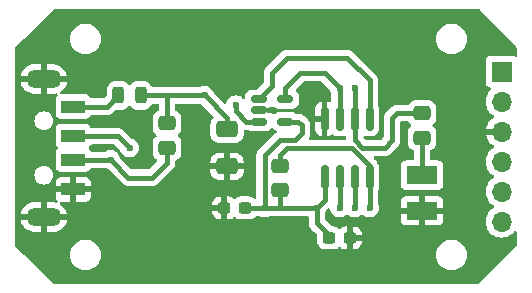
<source format=gbr>
%TF.GenerationSoftware,KiCad,Pcbnew,7.0.11+dfsg-1build4*%
%TF.CreationDate,2025-03-28T22:18:16-04:00*%
%TF.ProjectId,BadUSB,42616455-5342-42e6-9b69-6361645f7063,rev?*%
%TF.SameCoordinates,Original*%
%TF.FileFunction,Copper,L1,Top*%
%TF.FilePolarity,Positive*%
%FSLAX46Y46*%
G04 Gerber Fmt 4.6, Leading zero omitted, Abs format (unit mm)*
G04 Created by KiCad (PCBNEW 7.0.11+dfsg-1build4) date 2025-03-28 22:18:16*
%MOMM*%
%LPD*%
G01*
G04 APERTURE LIST*
G04 Aperture macros list*
%AMRoundRect*
0 Rectangle with rounded corners*
0 $1 Rounding radius*
0 $2 $3 $4 $5 $6 $7 $8 $9 X,Y pos of 4 corners*
0 Add a 4 corners polygon primitive as box body*
4,1,4,$2,$3,$4,$5,$6,$7,$8,$9,$2,$3,0*
0 Add four circle primitives for the rounded corners*
1,1,$1+$1,$2,$3*
1,1,$1+$1,$4,$5*
1,1,$1+$1,$6,$7*
1,1,$1+$1,$8,$9*
0 Add four rect primitives between the rounded corners*
20,1,$1+$1,$2,$3,$4,$5,0*
20,1,$1+$1,$4,$5,$6,$7,0*
20,1,$1+$1,$6,$7,$8,$9,0*
20,1,$1+$1,$8,$9,$2,$3,0*%
G04 Aperture macros list end*
%TA.AperFunction,ComponentPad*%
%ADD10O,2.997200X1.498600*%
%TD*%
%TA.AperFunction,SMDPad,CuDef*%
%ADD11R,2.006600X1.092200*%
%TD*%
%TA.AperFunction,SMDPad,CuDef*%
%ADD12RoundRect,0.250000X-0.475000X0.337500X-0.475000X-0.337500X0.475000X-0.337500X0.475000X0.337500X0*%
%TD*%
%TA.AperFunction,SMDPad,CuDef*%
%ADD13RoundRect,0.250000X0.475000X-0.337500X0.475000X0.337500X-0.475000X0.337500X-0.475000X-0.337500X0*%
%TD*%
%TA.AperFunction,SMDPad,CuDef*%
%ADD14R,2.600000X1.500000*%
%TD*%
%TA.AperFunction,ComponentPad*%
%ADD15R,1.700000X1.700000*%
%TD*%
%TA.AperFunction,ComponentPad*%
%ADD16O,1.700000X1.700000*%
%TD*%
%TA.AperFunction,SMDPad,CuDef*%
%ADD17RoundRect,0.237500X-0.300000X-0.237500X0.300000X-0.237500X0.300000X0.237500X-0.300000X0.237500X0*%
%TD*%
%TA.AperFunction,SMDPad,CuDef*%
%ADD18RoundRect,0.237500X0.300000X0.237500X-0.300000X0.237500X-0.300000X-0.237500X0.300000X-0.237500X0*%
%TD*%
%TA.AperFunction,SMDPad,CuDef*%
%ADD19RoundRect,0.250000X-0.650000X0.412500X-0.650000X-0.412500X0.650000X-0.412500X0.650000X0.412500X0*%
%TD*%
%TA.AperFunction,SMDPad,CuDef*%
%ADD20RoundRect,0.150000X-0.512500X-0.150000X0.512500X-0.150000X0.512500X0.150000X-0.512500X0.150000X0*%
%TD*%
%TA.AperFunction,SMDPad,CuDef*%
%ADD21RoundRect,0.243750X-0.243750X-0.456250X0.243750X-0.456250X0.243750X0.456250X-0.243750X0.456250X0*%
%TD*%
%TA.AperFunction,SMDPad,CuDef*%
%ADD22RoundRect,0.150000X0.150000X-0.825000X0.150000X0.825000X-0.150000X0.825000X-0.150000X-0.825000X0*%
%TD*%
%TA.AperFunction,ViaPad*%
%ADD23C,0.600000*%
%TD*%
%TA.AperFunction,Conductor*%
%ADD24C,0.381000*%
%TD*%
%TA.AperFunction,Conductor*%
%ADD25C,0.200000*%
%TD*%
G04 APERTURE END LIST*
D10*
%TO.P,J1,8*%
%TO.N,GND*%
X138201300Y-127343000D03*
%TO.P,J1,7*%
X138201300Y-115659000D03*
D11*
%TO.P,J1,4,GND*%
X140690500Y-125001001D03*
%TO.P,J1,3,D+*%
%TO.N,D+*%
X140690500Y-122501001D03*
%TO.P,J1,2,D-*%
%TO.N,D-*%
X140690500Y-120500999D03*
%TO.P,J1,1,VBUS*%
%TO.N,VDD*%
X140690500Y-118000999D03*
%TD*%
D12*
%TO.P,R3,1*%
%TO.N,PGC*%
X170218000Y-118558500D03*
%TO.P,R3,2*%
%TO.N,Net-(D2-A)*%
X170218000Y-120633500D03*
%TD*%
D13*
%TO.P,R2,1*%
%TO.N,VDD*%
X158153000Y-125078500D03*
%TO.P,R2,2*%
%TO.N,MCLR*%
X158153000Y-123003500D03*
%TD*%
D14*
%TO.P,D2,1,K*%
%TO.N,GND*%
X170218000Y-126811000D03*
%TO.P,D2,2,A*%
%TO.N,Net-(D2-A)*%
X170218000Y-123811000D03*
%TD*%
D15*
%TO.P,J2,1,Pin_1*%
%TO.N,MCLR*%
X176956000Y-115037000D03*
D16*
%TO.P,J2,2,Pin_2*%
%TO.N,VDD*%
X176956000Y-117577000D03*
%TO.P,J2,3,Pin_3*%
%TO.N,GND*%
X176956000Y-120117000D03*
%TO.P,J2,4,Pin_4*%
%TO.N,PGD*%
X176956000Y-122657000D03*
%TO.P,J2,5,Pin_5*%
%TO.N,PGC*%
X176956000Y-125197000D03*
%TO.P,J2,6,Pin_6*%
%TO.N,unconnected-(J2-Pin_6-Pad6)*%
X176956000Y-127737000D03*
%TD*%
D17*
%TO.P,C1,1*%
%TO.N,VDD*%
X162370500Y-129121000D03*
%TO.P,C1,2*%
%TO.N,GND*%
X164095500Y-129121000D03*
%TD*%
D18*
%TO.P,C2,1*%
%TO.N,VDD*%
X155205500Y-126581000D03*
%TO.P,C2,2*%
%TO.N,GND*%
X153480500Y-126581000D03*
%TD*%
D19*
%TO.P,C3,1*%
%TO.N,VDD*%
X153708000Y-119938500D03*
%TO.P,C3,2*%
%TO.N,GND*%
X153708000Y-123063500D03*
%TD*%
D20*
%TO.P,U2,1,SCL*%
%TO.N,SCL*%
X156380500Y-117376000D03*
%TO.P,U2,2,V_{SS}*%
%TO.N,GND*%
X156380500Y-118326000D03*
%TO.P,U2,3,SDA*%
%TO.N,PGC*%
X156380500Y-119276000D03*
%TO.P,U2,4,V_{CC}*%
%TO.N,VDD*%
X158655500Y-119276000D03*
%TO.P,U2,5,WP*%
%TO.N,PGD*%
X158655500Y-117376000D03*
%TD*%
D21*
%TO.P,D1,1,K*%
%TO.N,VDD*%
X144515500Y-117056000D03*
%TO.P,D1,2,A*%
X146390500Y-117056000D03*
%TD*%
D22*
%TO.P,U1,1,VDD*%
%TO.N,VDD*%
X161963000Y-123976000D03*
%TO.P,U1,2,RA5*%
%TO.N,D-*%
X163233000Y-123976000D03*
%TO.P,U1,3,RA4*%
%TO.N,D+*%
X164503000Y-123976000D03*
%TO.P,U1,4,RA3*%
%TO.N,MCLR*%
X165773000Y-123976000D03*
%TO.P,U1,5,RA2*%
%TO.N,SCL*%
X165773000Y-119026000D03*
%TO.P,U1,6,RA1*%
%TO.N,PGC*%
X164503000Y-119026000D03*
%TO.P,U1,7,RA0*%
%TO.N,PGD*%
X163233000Y-119026000D03*
%TO.P,U1,8,VSS*%
%TO.N,GND*%
X161963000Y-119026000D03*
%TD*%
D12*
%TO.P,R1,1*%
%TO.N,VDD*%
X148628000Y-119426000D03*
%TO.P,R1,2*%
%TO.N,D+*%
X148628000Y-121501000D03*
%TD*%
D23*
%TO.N,VDD*%
X156883000Y-126581000D03*
X151803000Y-117056000D03*
X161328000Y-126581000D03*
%TO.N,GND*%
X167386000Y-122682000D03*
X150622000Y-122682000D03*
X156718000Y-120650000D03*
X168910000Y-113284000D03*
X145288000Y-119126000D03*
X165773000Y-129121000D03*
X158242000Y-130810000D03*
X151892000Y-113030000D03*
X145343999Y-129540000D03*
X150622000Y-118618000D03*
X173736000Y-122682000D03*
X142748000Y-121412000D03*
X150876000Y-130302000D03*
X166878000Y-118364000D03*
X168910000Y-131064000D03*
X160528000Y-117856000D03*
X152175000Y-125575000D03*
X161798000Y-111760000D03*
X145288000Y-113284000D03*
X155702000Y-124206000D03*
%TO.N,D-*%
X163233000Y-126581000D03*
X145453000Y-121501000D03*
%TO.N,D+*%
X164503000Y-126581000D03*
X143850000Y-122500000D03*
%TO.N,MCLR*%
X165773000Y-126581000D03*
%TO.N,PGD*%
X163233000Y-116421000D03*
%TO.N,PGC*%
X164503000Y-116421000D03*
X154432000Y-117856000D03*
%TD*%
D24*
%TO.N,VDD*%
X140690500Y-118000999D02*
X142603001Y-118000999D01*
X161963000Y-123976000D02*
X161963000Y-125946000D01*
X148628000Y-117056000D02*
X151803000Y-117056000D01*
X161328000Y-127851000D02*
X162370500Y-128893500D01*
X158788000Y-126581000D02*
X161328000Y-126581000D01*
X159423000Y-120866000D02*
X158153000Y-120866000D01*
X156883000Y-122136000D02*
X156883000Y-126581000D01*
X158153000Y-126581000D02*
X158788000Y-126581000D01*
X160058000Y-119596000D02*
X160058000Y-120231000D01*
X148628000Y-117056000D02*
X148628000Y-119426000D01*
X143570501Y-118000999D02*
X144515500Y-117056000D01*
X159738000Y-119276000D02*
X160058000Y-119596000D01*
X146390500Y-117056000D02*
X148628000Y-117056000D01*
X156883000Y-126581000D02*
X155205500Y-126581000D01*
X161963000Y-125946000D02*
X161328000Y-126581000D01*
X156883000Y-126581000D02*
X158153000Y-126581000D01*
X158153000Y-120866000D02*
X156883000Y-122136000D01*
X158655500Y-119276000D02*
X159738000Y-119276000D01*
X140690500Y-118000999D02*
X143570501Y-118000999D01*
X153708000Y-118961000D02*
X151803000Y-117056000D01*
X161328000Y-126581000D02*
X161328000Y-127851000D01*
X160058000Y-120231000D02*
X159423000Y-120866000D01*
X162370500Y-128893500D02*
X162370500Y-129121000D01*
X153708000Y-119938500D02*
X153708000Y-118961000D01*
X158153000Y-125078500D02*
X158153000Y-126581000D01*
%TO.N,Net-(D2-A)*%
X170218000Y-120633500D02*
X170218000Y-123811000D01*
%TO.N,D-*%
X144452999Y-120500999D02*
X140690500Y-120500999D01*
X145453000Y-121501000D02*
X144452999Y-120500999D01*
X163233000Y-123976000D02*
X163233000Y-126581000D01*
%TO.N,D+*%
X143850000Y-122500000D02*
X145365500Y-124015500D01*
X140690500Y-122501001D02*
X143848999Y-122501001D01*
X164503000Y-123976000D02*
X164503000Y-126581000D01*
D25*
X143848999Y-122501001D02*
X143850000Y-122500000D01*
D24*
X145365500Y-124015500D02*
X147383500Y-124015500D01*
X148628000Y-122771000D02*
X147383500Y-124015500D01*
X148628000Y-121501000D02*
X148628000Y-122771000D01*
%TO.N,MCLR*%
X158153000Y-122136000D02*
X158153000Y-123003500D01*
X158788000Y-121501000D02*
X158153000Y-122136000D01*
X165773000Y-123001001D02*
X164272999Y-121501000D01*
X165773000Y-123976000D02*
X165773000Y-126581000D01*
X165773000Y-123976000D02*
X165773000Y-123001001D01*
X164272999Y-121501000D02*
X158788000Y-121501000D01*
%TO.N,PGD*%
X161963000Y-115151000D02*
X159925500Y-115151000D01*
X161963000Y-115151000D02*
X163233000Y-116421000D01*
X159925500Y-115151000D02*
X158655500Y-116421000D01*
X163233000Y-119026000D02*
X163233000Y-116421000D01*
X158655500Y-117376000D02*
X158655500Y-116421000D01*
%TO.N,PGC*%
X155344000Y-119276000D02*
X154432000Y-118364000D01*
X164503000Y-119026000D02*
X164503000Y-116421000D01*
X164503000Y-120866000D02*
X165138000Y-121501000D01*
X167678000Y-118961000D02*
X168080500Y-118558500D01*
X167678000Y-120866000D02*
X167678000Y-118961000D01*
X154432000Y-118364000D02*
X154432000Y-117856000D01*
X167043000Y-121501000D02*
X167678000Y-120866000D01*
X164503000Y-119026000D02*
X164503000Y-120866000D01*
X156380500Y-119276000D02*
X155344000Y-119276000D01*
X168080500Y-118558500D02*
X170218000Y-118558500D01*
X165138000Y-121501000D02*
X167043000Y-121501000D01*
%TO.N,SCL*%
X157518000Y-116238500D02*
X157518000Y-115151000D01*
X157518000Y-115151000D02*
X158788000Y-113881000D01*
X163868000Y-113881000D02*
X165773000Y-115786000D01*
X158788000Y-113881000D02*
X163868000Y-113881000D01*
X156380500Y-117376000D02*
X157518000Y-116238500D01*
X165773000Y-115786000D02*
X165773000Y-119026000D01*
%TD*%
%TA.AperFunction,Conductor*%
%TO.N,GND*%
G36*
X161692455Y-115861685D02*
G01*
X161713097Y-115878319D01*
X162434400Y-116599622D01*
X162463760Y-116646348D01*
X162507210Y-116770520D01*
X162507213Y-116770526D01*
X162522993Y-116795639D01*
X162542000Y-116861612D01*
X162542000Y-117483993D01*
X162522315Y-117551032D01*
X162469511Y-117596787D01*
X162400353Y-117606731D01*
X162380884Y-117601224D01*
X162380690Y-117601894D01*
X162215494Y-117553900D01*
X162215497Y-117553900D01*
X162213000Y-117553703D01*
X162213000Y-120498295D01*
X162213001Y-120498295D01*
X162215486Y-120498100D01*
X162373198Y-120452281D01*
X162514550Y-120368686D01*
X162520717Y-120363903D01*
X162522630Y-120366369D01*
X162571222Y-120339802D01*
X162640917Y-120344749D01*
X162673762Y-120365853D01*
X162674969Y-120364298D01*
X162681132Y-120369078D01*
X162681135Y-120369081D01*
X162822602Y-120452744D01*
X162824055Y-120453166D01*
X162980426Y-120498597D01*
X162980429Y-120498597D01*
X162980431Y-120498598D01*
X163017306Y-120501500D01*
X163017314Y-120501500D01*
X163448686Y-120501500D01*
X163448694Y-120501500D01*
X163485569Y-120498598D01*
X163485571Y-120498597D01*
X163485573Y-120498597D01*
X163650890Y-120450568D01*
X163651645Y-120453166D01*
X163708070Y-120446190D01*
X163771039Y-120476466D01*
X163807645Y-120535979D01*
X163812000Y-120568555D01*
X163812000Y-120686000D01*
X163792315Y-120753039D01*
X163739511Y-120798794D01*
X163688000Y-120810000D01*
X160736865Y-120810000D01*
X160669826Y-120790315D01*
X160624071Y-120737511D01*
X160614127Y-120668353D01*
X160639256Y-120609525D01*
X160653688Y-120591105D01*
X160657722Y-120582139D01*
X160668754Y-120562580D01*
X160674342Y-120554485D01*
X160674342Y-120554484D01*
X160674344Y-120554482D01*
X160695371Y-120499035D01*
X160698217Y-120492165D01*
X160722558Y-120438084D01*
X160724332Y-120428397D01*
X160730359Y-120406778D01*
X160733848Y-120397582D01*
X160740990Y-120338754D01*
X160742117Y-120331353D01*
X160752805Y-120273033D01*
X160752806Y-120273028D01*
X160749226Y-120213849D01*
X160749000Y-120206361D01*
X160749000Y-119620624D01*
X160749226Y-119613137D01*
X160749637Y-119606351D01*
X160752805Y-119553971D01*
X160742117Y-119495652D01*
X160740994Y-119488276D01*
X160733848Y-119429418D01*
X160730359Y-119420218D01*
X160724331Y-119398596D01*
X160722557Y-119388915D01*
X160698220Y-119334840D01*
X160695361Y-119327936D01*
X160675665Y-119276000D01*
X161163000Y-119276000D01*
X161163000Y-119916649D01*
X161165899Y-119953489D01*
X161165900Y-119953495D01*
X161211716Y-120111193D01*
X161211717Y-120111196D01*
X161295314Y-120252552D01*
X161295321Y-120252561D01*
X161411438Y-120368678D01*
X161411447Y-120368685D01*
X161552801Y-120452281D01*
X161710514Y-120498100D01*
X161710511Y-120498100D01*
X161712998Y-120498295D01*
X161713000Y-120498295D01*
X161713000Y-119276000D01*
X161163000Y-119276000D01*
X160675665Y-119276000D01*
X160674344Y-119272518D01*
X160668754Y-119264420D01*
X160657725Y-119244865D01*
X160653688Y-119235895D01*
X160653687Y-119235893D01*
X160637582Y-119215336D01*
X160617132Y-119189233D01*
X160612703Y-119183214D01*
X160579020Y-119134417D01*
X160534639Y-119095099D01*
X160529201Y-119089979D01*
X160244027Y-118804805D01*
X160238893Y-118799351D01*
X160218205Y-118776000D01*
X161163000Y-118776000D01*
X161713000Y-118776000D01*
X161713000Y-117553703D01*
X161710503Y-117553900D01*
X161552806Y-117599716D01*
X161552803Y-117599717D01*
X161411447Y-117683314D01*
X161411438Y-117683321D01*
X161295321Y-117799438D01*
X161295314Y-117799447D01*
X161211717Y-117940803D01*
X161211716Y-117940806D01*
X161165900Y-118098504D01*
X161165899Y-118098510D01*
X161163000Y-118135350D01*
X161163000Y-118776000D01*
X160218205Y-118776000D01*
X160199583Y-118754980D01*
X160150792Y-118721302D01*
X160144760Y-118716863D01*
X160098108Y-118680314D01*
X160098099Y-118680308D01*
X160089134Y-118676274D01*
X160069586Y-118665250D01*
X160061482Y-118659656D01*
X160061478Y-118659653D01*
X160006061Y-118638636D01*
X159999144Y-118635772D01*
X159945081Y-118611441D01*
X159945082Y-118611441D01*
X159935395Y-118609666D01*
X159913792Y-118603644D01*
X159904582Y-118600152D01*
X159845735Y-118593006D01*
X159838333Y-118591879D01*
X159780030Y-118581195D01*
X159780025Y-118581195D01*
X159720861Y-118584774D01*
X159713374Y-118585000D01*
X159565033Y-118585000D01*
X159501912Y-118567732D01*
X159474107Y-118551288D01*
X159428398Y-118524256D01*
X159428397Y-118524255D01*
X159428396Y-118524255D01*
X159428393Y-118524254D01*
X159270573Y-118478402D01*
X159270567Y-118478401D01*
X159233701Y-118475500D01*
X159233694Y-118475500D01*
X158077306Y-118475500D01*
X158077298Y-118475500D01*
X158040432Y-118478401D01*
X158040426Y-118478402D01*
X157882606Y-118524254D01*
X157882603Y-118524255D01*
X157741137Y-118607917D01*
X157734969Y-118612702D01*
X157733664Y-118611019D01*
X157681954Y-118639246D01*
X157612263Y-118634251D01*
X157564558Y-118602247D01*
X157540296Y-118576000D01*
X157274815Y-118576000D01*
X157211694Y-118558732D01*
X157199107Y-118551288D01*
X157153398Y-118524256D01*
X157153397Y-118524255D01*
X157153396Y-118524255D01*
X157153393Y-118524254D01*
X156995573Y-118478402D01*
X156995567Y-118478401D01*
X156958701Y-118475500D01*
X156958694Y-118475500D01*
X156254500Y-118475500D01*
X156187461Y-118455815D01*
X156141706Y-118403011D01*
X156130500Y-118351500D01*
X156130500Y-118300500D01*
X156150185Y-118233461D01*
X156202989Y-118187706D01*
X156254500Y-118176500D01*
X156958686Y-118176500D01*
X156958694Y-118176500D01*
X156995569Y-118173598D01*
X156995571Y-118173597D01*
X156995573Y-118173597D01*
X157037191Y-118161505D01*
X157153398Y-118127744D01*
X157211694Y-118093268D01*
X157274815Y-118076000D01*
X157540294Y-118076000D01*
X157564557Y-118049752D01*
X157624518Y-118013885D01*
X157694352Y-118016129D01*
X157734012Y-118040530D01*
X157734969Y-118039298D01*
X157741132Y-118044078D01*
X157741135Y-118044081D01*
X157882602Y-118127744D01*
X157908782Y-118135350D01*
X158040426Y-118173597D01*
X158040429Y-118173597D01*
X158040431Y-118173598D01*
X158077306Y-118176500D01*
X158077314Y-118176500D01*
X159233686Y-118176500D01*
X159233694Y-118176500D01*
X159270569Y-118173598D01*
X159270571Y-118173597D01*
X159270573Y-118173597D01*
X159312191Y-118161505D01*
X159428398Y-118127744D01*
X159569865Y-118044081D01*
X159686081Y-117927865D01*
X159769744Y-117786398D01*
X159815598Y-117628569D01*
X159818500Y-117591694D01*
X159818500Y-117160306D01*
X159815598Y-117123431D01*
X159812667Y-117113344D01*
X159769745Y-116965606D01*
X159769744Y-116965603D01*
X159769744Y-116965602D01*
X159686081Y-116824135D01*
X159686079Y-116824133D01*
X159686076Y-116824129D01*
X159569870Y-116707923D01*
X159569864Y-116707918D01*
X159567425Y-116706476D01*
X159566666Y-116706027D01*
X159564672Y-116703891D01*
X159563702Y-116703139D01*
X159563823Y-116702982D01*
X159518983Y-116654959D01*
X159506479Y-116586217D01*
X159533124Y-116521628D01*
X159542096Y-116511625D01*
X160175403Y-115878319D01*
X160236726Y-115844834D01*
X160263084Y-115842000D01*
X161625416Y-115842000D01*
X161692455Y-115861685D01*
G37*
%TD.AperFunction*%
%TA.AperFunction,Conductor*%
G36*
X175097863Y-109769685D02*
G01*
X175118505Y-109786319D01*
X177262001Y-111929815D01*
X177265436Y-111933389D01*
X178217116Y-112964376D01*
X178248123Y-113026988D01*
X178250000Y-113048482D01*
X178250000Y-113646450D01*
X178230315Y-113713489D01*
X178177511Y-113759244D01*
X178108353Y-113769188D01*
X178051694Y-113745721D01*
X178048332Y-113743204D01*
X178048328Y-113743202D01*
X177913482Y-113692908D01*
X177913483Y-113692908D01*
X177853883Y-113686501D01*
X177853881Y-113686500D01*
X177853873Y-113686500D01*
X177853864Y-113686500D01*
X176058129Y-113686500D01*
X176058123Y-113686501D01*
X175998516Y-113692908D01*
X175863671Y-113743202D01*
X175863664Y-113743206D01*
X175748455Y-113829452D01*
X175748452Y-113829455D01*
X175662206Y-113944664D01*
X175662202Y-113944671D01*
X175611908Y-114079517D01*
X175605501Y-114139116D01*
X175605500Y-114139135D01*
X175605500Y-115934870D01*
X175605501Y-115934876D01*
X175611908Y-115994483D01*
X175662202Y-116129328D01*
X175662206Y-116129335D01*
X175748452Y-116244544D01*
X175748455Y-116244547D01*
X175863664Y-116330793D01*
X175863671Y-116330797D01*
X175995081Y-116379810D01*
X176051015Y-116421681D01*
X176075432Y-116487145D01*
X176060580Y-116555418D01*
X176039430Y-116583673D01*
X175917503Y-116705600D01*
X175781965Y-116899169D01*
X175781964Y-116899171D01*
X175682098Y-117113335D01*
X175682094Y-117113344D01*
X175620938Y-117341586D01*
X175620936Y-117341596D01*
X175600341Y-117576999D01*
X175600341Y-117577000D01*
X175620936Y-117812403D01*
X175620938Y-117812413D01*
X175682094Y-118040655D01*
X175682096Y-118040659D01*
X175682097Y-118040663D01*
X175752367Y-118191357D01*
X175781965Y-118254830D01*
X175781967Y-118254834D01*
X175874064Y-118386361D01*
X175917501Y-118448396D01*
X175917506Y-118448402D01*
X176084597Y-118615493D01*
X176084603Y-118615498D01*
X176117258Y-118638363D01*
X176229367Y-118716863D01*
X176270594Y-118745730D01*
X176314219Y-118800307D01*
X176321413Y-118869805D01*
X176289890Y-118932160D01*
X176270595Y-118948880D01*
X176084922Y-119078890D01*
X176084920Y-119078891D01*
X175917891Y-119245920D01*
X175917886Y-119245926D01*
X175782400Y-119439420D01*
X175782399Y-119439422D01*
X175682570Y-119653507D01*
X175682567Y-119653513D01*
X175625364Y-119866999D01*
X175625364Y-119867000D01*
X176522314Y-119867000D01*
X176496507Y-119907156D01*
X176456000Y-120045111D01*
X176456000Y-120188889D01*
X176496507Y-120326844D01*
X176522314Y-120367000D01*
X175625364Y-120367000D01*
X175682567Y-120580486D01*
X175682570Y-120580492D01*
X175782399Y-120794578D01*
X175917894Y-120988082D01*
X176084917Y-121155105D01*
X176270595Y-121285119D01*
X176314219Y-121339696D01*
X176321412Y-121409195D01*
X176289890Y-121471549D01*
X176270595Y-121488269D01*
X176084594Y-121618508D01*
X175917505Y-121785597D01*
X175781965Y-121979169D01*
X175781964Y-121979171D01*
X175697351Y-122160624D01*
X175682721Y-122192000D01*
X175682098Y-122193335D01*
X175682094Y-122193344D01*
X175620938Y-122421586D01*
X175620936Y-122421596D01*
X175600341Y-122656999D01*
X175600341Y-122657000D01*
X175620936Y-122892403D01*
X175620938Y-122892413D01*
X175682094Y-123120655D01*
X175682096Y-123120659D01*
X175682097Y-123120663D01*
X175751379Y-123269238D01*
X175781965Y-123334830D01*
X175781967Y-123334834D01*
X175863925Y-123451881D01*
X175917501Y-123528396D01*
X175917506Y-123528402D01*
X176084597Y-123695493D01*
X176084603Y-123695498D01*
X176270158Y-123825425D01*
X176313783Y-123880002D01*
X176320977Y-123949500D01*
X176289454Y-124011855D01*
X176270158Y-124028575D01*
X176084597Y-124158505D01*
X175917505Y-124325597D01*
X175781965Y-124519169D01*
X175781964Y-124519171D01*
X175682098Y-124733335D01*
X175682094Y-124733344D01*
X175620938Y-124961586D01*
X175620936Y-124961596D01*
X175600341Y-125196999D01*
X175600341Y-125197000D01*
X175620936Y-125432403D01*
X175620938Y-125432413D01*
X175682094Y-125660655D01*
X175682096Y-125660659D01*
X175682097Y-125660663D01*
X175772817Y-125855212D01*
X175781965Y-125874830D01*
X175781967Y-125874834D01*
X175874064Y-126006361D01*
X175917501Y-126068396D01*
X175917506Y-126068402D01*
X176084597Y-126235493D01*
X176084603Y-126235498D01*
X176270158Y-126365425D01*
X176313783Y-126420002D01*
X176320977Y-126489500D01*
X176289454Y-126551855D01*
X176270158Y-126568575D01*
X176084597Y-126698505D01*
X175917505Y-126865597D01*
X175781965Y-127059169D01*
X175781964Y-127059171D01*
X175688401Y-127259816D01*
X175682721Y-127272000D01*
X175682098Y-127273335D01*
X175682094Y-127273344D01*
X175620938Y-127501586D01*
X175620936Y-127501596D01*
X175600341Y-127736999D01*
X175600341Y-127737000D01*
X175620936Y-127972403D01*
X175620938Y-127972413D01*
X175682094Y-128200655D01*
X175682096Y-128200659D01*
X175682097Y-128200663D01*
X175748695Y-128343482D01*
X175781965Y-128414830D01*
X175781967Y-128414834D01*
X175874064Y-128546361D01*
X175917505Y-128608401D01*
X176084599Y-128775495D01*
X176168667Y-128834360D01*
X176278165Y-128911032D01*
X176278167Y-128911033D01*
X176278170Y-128911035D01*
X176492337Y-129010903D01*
X176720592Y-129072063D01*
X176908918Y-129088539D01*
X176955999Y-129092659D01*
X176956000Y-129092659D01*
X176956001Y-129092659D01*
X176995234Y-129089226D01*
X177191408Y-129072063D01*
X177419663Y-129010903D01*
X177633830Y-128911035D01*
X177827401Y-128775495D01*
X177994495Y-128608401D01*
X178016348Y-128577192D01*
X178024425Y-128565657D01*
X178079002Y-128522032D01*
X178148500Y-128514838D01*
X178210855Y-128546361D01*
X178246269Y-128606591D01*
X178250000Y-128636780D01*
X178250000Y-129698638D01*
X178230315Y-129765677D01*
X178213681Y-129786319D01*
X175036319Y-132963681D01*
X174974996Y-132997166D01*
X174948638Y-133000000D01*
X139051362Y-133000000D01*
X138984323Y-132980315D01*
X138963681Y-132963681D01*
X136556001Y-130556001D01*
X140426532Y-130556001D01*
X140446364Y-130782686D01*
X140446366Y-130782697D01*
X140505258Y-131002488D01*
X140505261Y-131002497D01*
X140601431Y-131208732D01*
X140601432Y-131208734D01*
X140731954Y-131395141D01*
X140892858Y-131556045D01*
X140892861Y-131556047D01*
X141079266Y-131686568D01*
X141285504Y-131782739D01*
X141505308Y-131841635D01*
X141675214Y-131856499D01*
X141675215Y-131856500D01*
X141675216Y-131856500D01*
X141788785Y-131856500D01*
X141788785Y-131856499D01*
X141958692Y-131841635D01*
X142178496Y-131782739D01*
X142384734Y-131686568D01*
X142571139Y-131556047D01*
X142732047Y-131395139D01*
X142862568Y-131208734D01*
X142958739Y-131002496D01*
X143017635Y-130782692D01*
X143037468Y-130556001D01*
X171414532Y-130556001D01*
X171434364Y-130782686D01*
X171434366Y-130782697D01*
X171493258Y-131002488D01*
X171493261Y-131002497D01*
X171589431Y-131208732D01*
X171589432Y-131208734D01*
X171719954Y-131395141D01*
X171880858Y-131556045D01*
X171880861Y-131556047D01*
X172067266Y-131686568D01*
X172273504Y-131782739D01*
X172493308Y-131841635D01*
X172663214Y-131856499D01*
X172663215Y-131856500D01*
X172663216Y-131856500D01*
X172776785Y-131856500D01*
X172776785Y-131856499D01*
X172946692Y-131841635D01*
X173166496Y-131782739D01*
X173372734Y-131686568D01*
X173559139Y-131556047D01*
X173720047Y-131395139D01*
X173850568Y-131208734D01*
X173946739Y-131002496D01*
X174005635Y-130782692D01*
X174025468Y-130556000D01*
X174005635Y-130329308D01*
X173946739Y-130109504D01*
X173850568Y-129903266D01*
X173720047Y-129716861D01*
X173720045Y-129716858D01*
X173559141Y-129555954D01*
X173372734Y-129425432D01*
X173372732Y-129425431D01*
X173166497Y-129329261D01*
X173166488Y-129329258D01*
X172946697Y-129270366D01*
X172946687Y-129270364D01*
X172776785Y-129255500D01*
X172776784Y-129255500D01*
X172663216Y-129255500D01*
X172663215Y-129255500D01*
X172493312Y-129270364D01*
X172493302Y-129270366D01*
X172273511Y-129329258D01*
X172273502Y-129329261D01*
X172067267Y-129425431D01*
X172067265Y-129425432D01*
X171880858Y-129555954D01*
X171719954Y-129716858D01*
X171589432Y-129903265D01*
X171589431Y-129903267D01*
X171493261Y-130109502D01*
X171493258Y-130109511D01*
X171434366Y-130329302D01*
X171434364Y-130329313D01*
X171414532Y-130555998D01*
X171414532Y-130556001D01*
X143037468Y-130556001D01*
X143037468Y-130556000D01*
X143017635Y-130329308D01*
X142958739Y-130109504D01*
X142862568Y-129903266D01*
X142732047Y-129716861D01*
X142732045Y-129716858D01*
X142571141Y-129555954D01*
X142384734Y-129425432D01*
X142384732Y-129425431D01*
X142178497Y-129329261D01*
X142178488Y-129329258D01*
X141958697Y-129270366D01*
X141958687Y-129270364D01*
X141788785Y-129255500D01*
X141788784Y-129255500D01*
X141675216Y-129255500D01*
X141675215Y-129255500D01*
X141505312Y-129270364D01*
X141505302Y-129270366D01*
X141285511Y-129329258D01*
X141285502Y-129329261D01*
X141079267Y-129425431D01*
X141079265Y-129425432D01*
X140892858Y-129555954D01*
X140731954Y-129716858D01*
X140601432Y-129903265D01*
X140601431Y-129903267D01*
X140505261Y-130109502D01*
X140505258Y-130109511D01*
X140446366Y-130329302D01*
X140446364Y-130329313D01*
X140426532Y-130555998D01*
X140426532Y-130556001D01*
X136556001Y-130556001D01*
X135786319Y-129786319D01*
X135752834Y-129724996D01*
X135750000Y-129698638D01*
X135750000Y-127593000D01*
X136225155Y-127593000D01*
X136229097Y-127622113D01*
X136229098Y-127622117D01*
X136298590Y-127835992D01*
X136405151Y-128034015D01*
X136405153Y-128034018D01*
X136545361Y-128209834D01*
X136714705Y-128357784D01*
X136714713Y-128357790D01*
X136907750Y-128473126D01*
X136907756Y-128473128D01*
X137118297Y-128552147D01*
X137339557Y-128592300D01*
X137951300Y-128592300D01*
X137951300Y-127868000D01*
X138451300Y-127868000D01*
X138451300Y-128592300D01*
X139006703Y-128592300D01*
X139006706Y-128592299D01*
X139174573Y-128577192D01*
X139391337Y-128517369D01*
X139391350Y-128517364D01*
X139593948Y-128419798D01*
X139593956Y-128419794D01*
X139775879Y-128287619D01*
X139775887Y-128287613D01*
X139931286Y-128125078D01*
X140055174Y-127937397D01*
X140143557Y-127730613D01*
X140143559Y-127730607D01*
X140174968Y-127593000D01*
X139417449Y-127593000D01*
X139421822Y-127586805D01*
X139470152Y-127450819D01*
X139480001Y-127306836D01*
X139450638Y-127165535D01*
X139413054Y-127093000D01*
X140177445Y-127093000D01*
X140173502Y-127063886D01*
X140173501Y-127063882D01*
X140104009Y-126850007D01*
X140093781Y-126831000D01*
X152443001Y-126831000D01*
X152443001Y-126867654D01*
X152453319Y-126968652D01*
X152507546Y-127132300D01*
X152507551Y-127132311D01*
X152598052Y-127279034D01*
X152598055Y-127279038D01*
X152719961Y-127400944D01*
X152719965Y-127400947D01*
X152866688Y-127491448D01*
X152866699Y-127491453D01*
X153030347Y-127545680D01*
X153131351Y-127555999D01*
X153230500Y-127555998D01*
X153230500Y-126831000D01*
X152443001Y-126831000D01*
X140093781Y-126831000D01*
X139997448Y-126651984D01*
X139997446Y-126651981D01*
X139857238Y-126476165D01*
X139691082Y-126331000D01*
X152443000Y-126331000D01*
X153230500Y-126331000D01*
X153230500Y-125605999D01*
X153131360Y-125606000D01*
X153131344Y-125606001D01*
X153030347Y-125616319D01*
X152866699Y-125670546D01*
X152866688Y-125670551D01*
X152719965Y-125761052D01*
X152719961Y-125761055D01*
X152598055Y-125882961D01*
X152598052Y-125882965D01*
X152507551Y-126029688D01*
X152507546Y-126029699D01*
X152453319Y-126193347D01*
X152443000Y-126294345D01*
X152443000Y-126331000D01*
X139691082Y-126331000D01*
X139687894Y-126328215D01*
X139687886Y-126328208D01*
X139603095Y-126277548D01*
X139555641Y-126226265D01*
X139543447Y-126157468D01*
X139570382Y-126092999D01*
X139627897Y-126053327D01*
X139666695Y-126047101D01*
X140440500Y-126047101D01*
X140440500Y-125251001D01*
X140940500Y-125251001D01*
X140940500Y-126047101D01*
X141741628Y-126047101D01*
X141741644Y-126047100D01*
X141801172Y-126040699D01*
X141801179Y-126040697D01*
X141935886Y-125990455D01*
X141935893Y-125990451D01*
X142050987Y-125904291D01*
X142050990Y-125904288D01*
X142137150Y-125789194D01*
X142137154Y-125789187D01*
X142187396Y-125654480D01*
X142187398Y-125654473D01*
X142193799Y-125594945D01*
X142193800Y-125594928D01*
X142193800Y-125251001D01*
X140940500Y-125251001D01*
X140440500Y-125251001D01*
X139187200Y-125251001D01*
X139187200Y-125594945D01*
X139193601Y-125654473D01*
X139193603Y-125654480D01*
X139243845Y-125789187D01*
X139243849Y-125789194D01*
X139330009Y-125904288D01*
X139336282Y-125910561D01*
X139334971Y-125911871D01*
X139370257Y-125958998D01*
X139375248Y-126028689D01*
X139341768Y-126090015D01*
X139280448Y-126123506D01*
X139231939Y-126124349D01*
X139063044Y-126093700D01*
X138451300Y-126093700D01*
X138451300Y-126818000D01*
X137951300Y-126818000D01*
X137951300Y-126093700D01*
X137395893Y-126093700D01*
X137228026Y-126108807D01*
X137011262Y-126168630D01*
X137011249Y-126168635D01*
X136808651Y-126266201D01*
X136808643Y-126266205D01*
X136626720Y-126398380D01*
X136626712Y-126398386D01*
X136471313Y-126560921D01*
X136347425Y-126748602D01*
X136259042Y-126955386D01*
X136259040Y-126955392D01*
X136227632Y-127092999D01*
X136227632Y-127093000D01*
X136985151Y-127093000D01*
X136980778Y-127099195D01*
X136932448Y-127235181D01*
X136922599Y-127379164D01*
X136951962Y-127520465D01*
X136989546Y-127593000D01*
X136225155Y-127593000D01*
X135750000Y-127593000D01*
X135750000Y-124751001D01*
X139187200Y-124751001D01*
X140440500Y-124751001D01*
X140440500Y-123954901D01*
X140940500Y-123954901D01*
X140940500Y-124751001D01*
X142193800Y-124751001D01*
X142193800Y-124407073D01*
X142193799Y-124407056D01*
X142187398Y-124347528D01*
X142187396Y-124347521D01*
X142137154Y-124212814D01*
X142137150Y-124212807D01*
X142050990Y-124097713D01*
X142050987Y-124097710D01*
X141935893Y-124011550D01*
X141935886Y-124011546D01*
X141801179Y-123961304D01*
X141801172Y-123961302D01*
X141741644Y-123954901D01*
X140940500Y-123954901D01*
X140440500Y-123954901D01*
X139639355Y-123954901D01*
X139579827Y-123961302D01*
X139579820Y-123961304D01*
X139445113Y-124011546D01*
X139445106Y-124011550D01*
X139330012Y-124097710D01*
X139330009Y-124097713D01*
X139243849Y-124212807D01*
X139243845Y-124212814D01*
X139193603Y-124347521D01*
X139193601Y-124347528D01*
X139187200Y-124407056D01*
X139187200Y-124751001D01*
X135750000Y-124751001D01*
X135750000Y-123799702D01*
X137399659Y-123799702D01*
X137419757Y-123978079D01*
X137479046Y-124147520D01*
X137574551Y-124299514D01*
X137701485Y-124426448D01*
X137849048Y-124519169D01*
X137853481Y-124521954D01*
X138022918Y-124581242D01*
X138022919Y-124581242D01*
X138022923Y-124581243D01*
X138112976Y-124591389D01*
X138156554Y-124596299D01*
X138156557Y-124596300D01*
X138156560Y-124596300D01*
X138246043Y-124596300D01*
X138246044Y-124596299D01*
X138317929Y-124588200D01*
X138379676Y-124581243D01*
X138379678Y-124581242D01*
X138379682Y-124581242D01*
X138549119Y-124521954D01*
X138701115Y-124426448D01*
X138828048Y-124299515D01*
X138923554Y-124147519D01*
X138982842Y-123978082D01*
X138999410Y-123831035D01*
X139002941Y-123799702D01*
X139002941Y-123799697D01*
X138983673Y-123628697D01*
X138982842Y-123621318D01*
X138923554Y-123451881D01*
X138917365Y-123442032D01*
X138828048Y-123299885D01*
X138701114Y-123172951D01*
X138549120Y-123077446D01*
X138379680Y-123018157D01*
X138379676Y-123018156D01*
X138246046Y-123003100D01*
X138246040Y-123003100D01*
X138156560Y-123003100D01*
X138156553Y-123003100D01*
X138022923Y-123018156D01*
X138022919Y-123018157D01*
X137853479Y-123077446D01*
X137701485Y-123172951D01*
X137574551Y-123299885D01*
X137479046Y-123451879D01*
X137419757Y-123621320D01*
X137399659Y-123799697D01*
X137399659Y-123799702D01*
X135750000Y-123799702D01*
X135750000Y-119202302D01*
X137399659Y-119202302D01*
X137419757Y-119380679D01*
X137479046Y-119550120D01*
X137574551Y-119702114D01*
X137701485Y-119829048D01*
X137840338Y-119916296D01*
X137853481Y-119924554D01*
X138022918Y-119983842D01*
X138022919Y-119983842D01*
X138022923Y-119983843D01*
X138112976Y-119993989D01*
X138156554Y-119998899D01*
X138156557Y-119998900D01*
X138156560Y-119998900D01*
X138246043Y-119998900D01*
X138246044Y-119998899D01*
X138316154Y-119991000D01*
X138379676Y-119983843D01*
X138379678Y-119983842D01*
X138379682Y-119983842D01*
X138549119Y-119924554D01*
X138701115Y-119829048D01*
X138828048Y-119702115D01*
X138923554Y-119550119D01*
X138982842Y-119380682D01*
X138998025Y-119245929D01*
X139002941Y-119202302D01*
X139002941Y-119202297D01*
X138982842Y-119023920D01*
X138982842Y-119023918D01*
X138923554Y-118854481D01*
X138882679Y-118789430D01*
X138828048Y-118702485D01*
X138701114Y-118575551D01*
X138549120Y-118480046D01*
X138379680Y-118420757D01*
X138379676Y-118420756D01*
X138246046Y-118405700D01*
X138246040Y-118405700D01*
X138156560Y-118405700D01*
X138156553Y-118405700D01*
X138022923Y-118420756D01*
X138022919Y-118420757D01*
X137853479Y-118480046D01*
X137701485Y-118575551D01*
X137574551Y-118702485D01*
X137479046Y-118854479D01*
X137419757Y-119023920D01*
X137399659Y-119202297D01*
X137399659Y-119202302D01*
X135750000Y-119202302D01*
X135750000Y-115909000D01*
X136225155Y-115909000D01*
X136229097Y-115938113D01*
X136229098Y-115938117D01*
X136298590Y-116151992D01*
X136405151Y-116350015D01*
X136405153Y-116350018D01*
X136545361Y-116525834D01*
X136714705Y-116673784D01*
X136714713Y-116673790D01*
X136907750Y-116789126D01*
X136907756Y-116789128D01*
X137118297Y-116868147D01*
X137339557Y-116908300D01*
X137951300Y-116908300D01*
X137951300Y-116184000D01*
X138451300Y-116184000D01*
X138451300Y-116908300D01*
X139006703Y-116908300D01*
X139006706Y-116908299D01*
X139174573Y-116893192D01*
X139219286Y-116880852D01*
X139289146Y-116881992D01*
X139347300Y-116920720D01*
X139375284Y-116984741D01*
X139364214Y-117053728D01*
X139334651Y-117089808D01*
X139335925Y-117091082D01*
X139329652Y-117097354D01*
X139243406Y-117212563D01*
X139243402Y-117212570D01*
X139193108Y-117347416D01*
X139186701Y-117407015D01*
X139186700Y-117407034D01*
X139186700Y-118594969D01*
X139186701Y-118594975D01*
X139193108Y-118654582D01*
X139243402Y-118789427D01*
X139243406Y-118789434D01*
X139329652Y-118904643D01*
X139329655Y-118904646D01*
X139444864Y-118990892D01*
X139444871Y-118990896D01*
X139579717Y-119041190D01*
X139579716Y-119041190D01*
X139586644Y-119041934D01*
X139639327Y-119047599D01*
X141741672Y-119047598D01*
X141801283Y-119041190D01*
X141936131Y-118990895D01*
X142051346Y-118904645D01*
X142137596Y-118789430D01*
X142143098Y-118774679D01*
X142143849Y-118772666D01*
X142185720Y-118716732D01*
X142251184Y-118692315D01*
X142260031Y-118691999D01*
X143545875Y-118691999D01*
X143553362Y-118692225D01*
X143612527Y-118695804D01*
X143612527Y-118695803D01*
X143612529Y-118695804D01*
X143670837Y-118685118D01*
X143678231Y-118683992D01*
X143737083Y-118676847D01*
X143746289Y-118673355D01*
X143767904Y-118667329D01*
X143777586Y-118665556D01*
X143831662Y-118641217D01*
X143838518Y-118638377D01*
X143893983Y-118617343D01*
X143902081Y-118611753D01*
X143921640Y-118600721D01*
X143930606Y-118596687D01*
X143977267Y-118560129D01*
X143983299Y-118555691D01*
X143985397Y-118554243D01*
X144032084Y-118522019D01*
X144071418Y-118477618D01*
X144076488Y-118472232D01*
X144255904Y-118292816D01*
X144317227Y-118259334D01*
X144343584Y-118256500D01*
X144808843Y-118256500D01*
X144808848Y-118256500D01*
X144910775Y-118246087D01*
X145075925Y-118191362D01*
X145224003Y-118100026D01*
X145347026Y-117977003D01*
X145347458Y-117976301D01*
X145347881Y-117975921D01*
X145351507Y-117971336D01*
X145352290Y-117971955D01*
X145399402Y-117929575D01*
X145468364Y-117918349D01*
X145532448Y-117946188D01*
X145554342Y-117971455D01*
X145554493Y-117971336D01*
X145557143Y-117974687D01*
X145558540Y-117976299D01*
X145558972Y-117976999D01*
X145558975Y-117977004D01*
X145681996Y-118100025D01*
X145682000Y-118100028D01*
X145830066Y-118191357D01*
X145830069Y-118191358D01*
X145830075Y-118191362D01*
X145995225Y-118246087D01*
X146097152Y-118256500D01*
X146097157Y-118256500D01*
X146683843Y-118256500D01*
X146683848Y-118256500D01*
X146785775Y-118246087D01*
X146950925Y-118191362D01*
X147099003Y-118100026D01*
X147222026Y-117977003D01*
X147313362Y-117828925D01*
X147313365Y-117828915D01*
X147316412Y-117822382D01*
X147318368Y-117823294D01*
X147352119Y-117774549D01*
X147416635Y-117747728D01*
X147430050Y-117747000D01*
X147813000Y-117747000D01*
X147880039Y-117766685D01*
X147925794Y-117819489D01*
X147937000Y-117871000D01*
X147937000Y-118279903D01*
X147917315Y-118346942D01*
X147864511Y-118392697D01*
X147852006Y-118397608D01*
X147833668Y-118403684D01*
X147684342Y-118495789D01*
X147560289Y-118619842D01*
X147468187Y-118769163D01*
X147468185Y-118769168D01*
X147457867Y-118800307D01*
X147413001Y-118935703D01*
X147413001Y-118935704D01*
X147413000Y-118935704D01*
X147402500Y-119038483D01*
X147402500Y-119813501D01*
X147402501Y-119813519D01*
X147413000Y-119916296D01*
X147413001Y-119916299D01*
X147455686Y-120045111D01*
X147468186Y-120082834D01*
X147548996Y-120213849D01*
X147560289Y-120232157D01*
X147684346Y-120356214D01*
X147687182Y-120357963D01*
X147688717Y-120359670D01*
X147690011Y-120360693D01*
X147689836Y-120360914D01*
X147733905Y-120409911D01*
X147745126Y-120478874D01*
X147717282Y-120542956D01*
X147687182Y-120569037D01*
X147684346Y-120570785D01*
X147560289Y-120694842D01*
X147468187Y-120844163D01*
X147468185Y-120844168D01*
X147441239Y-120925487D01*
X147413001Y-121010703D01*
X147413001Y-121010704D01*
X147413000Y-121010704D01*
X147402500Y-121113483D01*
X147402500Y-121888501D01*
X147402501Y-121888519D01*
X147413000Y-121991296D01*
X147413001Y-121991299D01*
X147468185Y-122157831D01*
X147468187Y-122157836D01*
X147492556Y-122197344D01*
X147560288Y-122307156D01*
X147684344Y-122431212D01*
X147740267Y-122465705D01*
X147786991Y-122517653D01*
X147798214Y-122586616D01*
X147770370Y-122650698D01*
X147762851Y-122658925D01*
X147133597Y-123288181D01*
X147072274Y-123321666D01*
X147045916Y-123324500D01*
X145703083Y-123324500D01*
X145636044Y-123304815D01*
X145615402Y-123288181D01*
X144648599Y-122321377D01*
X144619238Y-122274650D01*
X144603026Y-122228319D01*
X144575789Y-122150478D01*
X144569979Y-122141232D01*
X144503648Y-122035667D01*
X144479816Y-121997738D01*
X144352262Y-121870184D01*
X144321624Y-121850933D01*
X144199523Y-121774211D01*
X144029254Y-121714631D01*
X144029249Y-121714630D01*
X143850004Y-121694435D01*
X143849996Y-121694435D01*
X143670750Y-121714630D01*
X143670745Y-121714631D01*
X143500476Y-121774211D01*
X143473766Y-121790995D01*
X143407794Y-121810001D01*
X142260031Y-121810001D01*
X142192992Y-121790316D01*
X142147237Y-121737512D01*
X142143849Y-121729334D01*
X142137597Y-121712572D01*
X142137593Y-121712565D01*
X142051347Y-121597356D01*
X142045075Y-121591084D01*
X142046954Y-121589204D01*
X142013364Y-121544333D01*
X142008380Y-121474641D01*
X142041865Y-121413318D01*
X142047917Y-121408073D01*
X142051342Y-121404647D01*
X142051346Y-121404645D01*
X142137596Y-121289430D01*
X142141563Y-121278795D01*
X142143849Y-121272666D01*
X142185720Y-121216732D01*
X142251184Y-121192315D01*
X142260031Y-121191999D01*
X144115415Y-121191999D01*
X144182454Y-121211684D01*
X144203096Y-121228318D01*
X144654400Y-121679622D01*
X144683760Y-121726348D01*
X144727210Y-121850520D01*
X144727212Y-121850524D01*
X144796128Y-121960203D01*
X144823184Y-122003262D01*
X144950738Y-122130816D01*
X145033238Y-122182654D01*
X145056616Y-122197344D01*
X145103478Y-122226789D01*
X145234587Y-122272666D01*
X145273745Y-122286368D01*
X145273750Y-122286369D01*
X145452996Y-122306565D01*
X145453000Y-122306565D01*
X145453004Y-122306565D01*
X145632249Y-122286369D01*
X145632252Y-122286368D01*
X145632255Y-122286368D01*
X145802522Y-122226789D01*
X145955262Y-122130816D01*
X146082816Y-122003262D01*
X146178789Y-121850522D01*
X146238368Y-121680255D01*
X146238369Y-121680249D01*
X146258565Y-121501003D01*
X146258565Y-121500996D01*
X146238369Y-121321750D01*
X146238368Y-121321745D01*
X146231228Y-121301341D01*
X146178789Y-121151478D01*
X146165643Y-121130557D01*
X146106111Y-121035812D01*
X146082816Y-120998738D01*
X145955262Y-120871184D01*
X145907799Y-120841361D01*
X145802524Y-120775212D01*
X145802520Y-120775210D01*
X145678348Y-120731760D01*
X145631622Y-120702400D01*
X144959026Y-120029804D01*
X144953892Y-120024350D01*
X144914582Y-119979979D01*
X144865791Y-119946301D01*
X144859759Y-119941862D01*
X144813107Y-119905313D01*
X144813098Y-119905307D01*
X144804133Y-119901273D01*
X144784585Y-119890249D01*
X144776481Y-119884655D01*
X144776477Y-119884652D01*
X144721060Y-119863635D01*
X144714143Y-119860771D01*
X144660080Y-119836440D01*
X144660081Y-119836440D01*
X144650394Y-119834665D01*
X144628791Y-119828643D01*
X144619581Y-119825151D01*
X144560734Y-119818005D01*
X144553332Y-119816878D01*
X144495029Y-119806194D01*
X144495024Y-119806194D01*
X144435860Y-119809773D01*
X144428373Y-119809999D01*
X142260031Y-119809999D01*
X142192992Y-119790314D01*
X142147237Y-119737510D01*
X142143849Y-119729332D01*
X142137597Y-119712570D01*
X142137593Y-119712563D01*
X142051347Y-119597354D01*
X142051344Y-119597351D01*
X141936135Y-119511105D01*
X141936128Y-119511101D01*
X141801282Y-119460807D01*
X141801283Y-119460807D01*
X141741683Y-119454400D01*
X141741681Y-119454399D01*
X141741673Y-119454399D01*
X141741664Y-119454399D01*
X139639329Y-119454399D01*
X139639323Y-119454400D01*
X139579716Y-119460807D01*
X139444871Y-119511101D01*
X139444864Y-119511105D01*
X139329655Y-119597351D01*
X139329652Y-119597354D01*
X139243406Y-119712563D01*
X139243402Y-119712570D01*
X139193108Y-119847416D01*
X139186701Y-119907015D01*
X139186700Y-119907034D01*
X139186700Y-121094969D01*
X139186701Y-121094975D01*
X139193108Y-121154582D01*
X139243402Y-121289427D01*
X139243406Y-121289434D01*
X139329652Y-121404643D01*
X139335925Y-121410916D01*
X139334045Y-121412795D01*
X139367636Y-121457667D01*
X139372620Y-121527359D01*
X139339135Y-121588682D01*
X139333082Y-121593926D01*
X139329652Y-121597356D01*
X139243406Y-121712565D01*
X139243402Y-121712572D01*
X139193108Y-121847418D01*
X139186701Y-121907017D01*
X139186700Y-121907036D01*
X139186700Y-123094971D01*
X139186701Y-123094977D01*
X139193108Y-123154584D01*
X139243402Y-123289429D01*
X139243406Y-123289436D01*
X139329652Y-123404645D01*
X139329655Y-123404648D01*
X139444864Y-123490894D01*
X139444871Y-123490898D01*
X139579717Y-123541192D01*
X139579716Y-123541192D01*
X139586644Y-123541936D01*
X139639327Y-123547601D01*
X141741672Y-123547600D01*
X141801283Y-123541192D01*
X141936131Y-123490897D01*
X142051346Y-123404647D01*
X142137596Y-123289432D01*
X142138791Y-123286226D01*
X142143849Y-123272668D01*
X142185720Y-123216734D01*
X142251184Y-123192317D01*
X142260031Y-123192001D01*
X143410980Y-123192001D01*
X143476952Y-123211007D01*
X143486067Y-123216734D01*
X143500478Y-123225789D01*
X143624651Y-123269238D01*
X143671377Y-123298599D01*
X144859464Y-124486685D01*
X144864598Y-124492138D01*
X144903917Y-124536520D01*
X144952719Y-124570205D01*
X144958738Y-124574634D01*
X145005395Y-124611188D01*
X145014366Y-124615225D01*
X145033911Y-124626248D01*
X145042018Y-124631844D01*
X145042019Y-124631844D01*
X145042020Y-124631845D01*
X145071830Y-124643150D01*
X145097438Y-124652862D01*
X145104348Y-124655724D01*
X145158416Y-124680058D01*
X145168101Y-124681832D01*
X145189723Y-124687860D01*
X145198918Y-124691348D01*
X145257769Y-124698494D01*
X145265136Y-124699614D01*
X145323472Y-124710305D01*
X145382639Y-124706726D01*
X145390126Y-124706500D01*
X147358874Y-124706500D01*
X147366361Y-124706726D01*
X147425526Y-124710305D01*
X147425526Y-124710304D01*
X147425528Y-124710305D01*
X147483836Y-124699619D01*
X147491230Y-124698493D01*
X147550082Y-124691348D01*
X147559288Y-124687856D01*
X147580903Y-124681830D01*
X147590585Y-124680057D01*
X147644661Y-124655718D01*
X147651517Y-124652878D01*
X147706982Y-124631844D01*
X147715080Y-124626254D01*
X147734639Y-124615222D01*
X147743605Y-124611188D01*
X147790266Y-124574630D01*
X147796298Y-124570192D01*
X147845083Y-124536520D01*
X147884417Y-124492119D01*
X147889503Y-124486717D01*
X149062719Y-123313500D01*
X152308001Y-123313500D01*
X152308001Y-123525986D01*
X152318494Y-123628697D01*
X152373641Y-123795119D01*
X152373643Y-123795124D01*
X152465684Y-123944345D01*
X152589654Y-124068315D01*
X152738875Y-124160356D01*
X152738880Y-124160358D01*
X152905302Y-124215505D01*
X152905309Y-124215506D01*
X153008019Y-124225999D01*
X153457999Y-124225999D01*
X153458000Y-124225998D01*
X153458000Y-123313500D01*
X153958000Y-123313500D01*
X153958000Y-124225999D01*
X154407972Y-124225999D01*
X154407986Y-124225998D01*
X154510697Y-124215505D01*
X154677119Y-124160358D01*
X154677124Y-124160356D01*
X154826345Y-124068315D01*
X154950315Y-123944345D01*
X155042356Y-123795124D01*
X155042358Y-123795119D01*
X155097505Y-123628697D01*
X155097506Y-123628690D01*
X155107999Y-123525986D01*
X155108000Y-123525973D01*
X155108000Y-123313500D01*
X153958000Y-123313500D01*
X153458000Y-123313500D01*
X152308001Y-123313500D01*
X149062719Y-123313500D01*
X149099209Y-123277010D01*
X149104611Y-123271924D01*
X149149020Y-123232583D01*
X149182718Y-123183760D01*
X149187108Y-123177793D01*
X149223688Y-123131105D01*
X149227722Y-123122139D01*
X149238754Y-123102580D01*
X149244342Y-123094485D01*
X149244342Y-123094484D01*
X149244344Y-123094482D01*
X149265378Y-123039017D01*
X149268218Y-123032161D01*
X149292557Y-122978085D01*
X149294330Y-122968403D01*
X149300356Y-122946788D01*
X149303848Y-122937582D01*
X149310993Y-122878730D01*
X149312119Y-122871336D01*
X149322718Y-122813500D01*
X152308000Y-122813500D01*
X153458000Y-122813500D01*
X153458000Y-121901000D01*
X153958000Y-121901000D01*
X153958000Y-122813500D01*
X155107999Y-122813500D01*
X155107999Y-122601028D01*
X155107998Y-122601013D01*
X155097505Y-122498302D01*
X155042358Y-122331880D01*
X155042356Y-122331875D01*
X154950315Y-122182654D01*
X154826345Y-122058684D01*
X154677124Y-121966643D01*
X154677119Y-121966641D01*
X154510697Y-121911494D01*
X154510690Y-121911493D01*
X154407986Y-121901000D01*
X153958000Y-121901000D01*
X153458000Y-121901000D01*
X153008028Y-121901000D01*
X153008012Y-121901001D01*
X152905302Y-121911494D01*
X152738880Y-121966641D01*
X152738875Y-121966643D01*
X152589654Y-122058684D01*
X152465684Y-122182654D01*
X152373643Y-122331875D01*
X152373641Y-122331880D01*
X152318494Y-122498302D01*
X152318493Y-122498309D01*
X152308000Y-122601013D01*
X152308000Y-122813500D01*
X149322718Y-122813500D01*
X149322804Y-122813033D01*
X149322805Y-122813026D01*
X149319226Y-122753860D01*
X149319000Y-122746373D01*
X149319000Y-122647096D01*
X149338685Y-122580057D01*
X149391489Y-122534302D01*
X149403993Y-122529391D01*
X149422334Y-122523314D01*
X149571656Y-122431212D01*
X149695712Y-122307156D01*
X149787814Y-122157834D01*
X149842999Y-121991297D01*
X149853500Y-121888509D01*
X149853499Y-121113492D01*
X149851607Y-121094975D01*
X149842999Y-121010703D01*
X149842998Y-121010700D01*
X149830758Y-120973763D01*
X149787814Y-120844166D01*
X149695712Y-120694844D01*
X149571656Y-120570788D01*
X149568819Y-120569038D01*
X149567283Y-120567330D01*
X149565989Y-120566307D01*
X149566163Y-120566085D01*
X149522096Y-120517094D01*
X149510872Y-120448132D01*
X149538713Y-120384049D01*
X149568817Y-120357962D01*
X149571656Y-120356212D01*
X149695712Y-120232156D01*
X149787814Y-120082834D01*
X149842999Y-119916297D01*
X149853500Y-119813509D01*
X149853499Y-119038492D01*
X149852010Y-119023920D01*
X149842999Y-118935703D01*
X149842998Y-118935700D01*
X149827822Y-118889903D01*
X149787814Y-118769166D01*
X149695712Y-118619844D01*
X149571656Y-118495788D01*
X149422334Y-118403686D01*
X149422332Y-118403685D01*
X149422330Y-118403684D01*
X149422331Y-118403684D01*
X149403994Y-118397608D01*
X149346550Y-118357835D01*
X149319728Y-118293318D01*
X149319000Y-118279903D01*
X149319000Y-117871000D01*
X149338685Y-117803961D01*
X149391489Y-117758206D01*
X149443000Y-117747000D01*
X151362387Y-117747000D01*
X151428359Y-117766006D01*
X151429440Y-117766685D01*
X151453478Y-117781789D01*
X151577651Y-117825238D01*
X151624377Y-117854599D01*
X152131810Y-118362032D01*
X152558524Y-118788745D01*
X152592009Y-118850068D01*
X152587025Y-118919759D01*
X152558525Y-118964107D01*
X152465287Y-119057345D01*
X152373187Y-119206663D01*
X152373185Y-119206668D01*
X152352469Y-119269185D01*
X152318001Y-119373203D01*
X152318001Y-119373204D01*
X152318000Y-119373204D01*
X152307500Y-119475983D01*
X152307500Y-120401001D01*
X152307501Y-120401019D01*
X152318000Y-120503796D01*
X152318001Y-120503799D01*
X152373185Y-120670331D01*
X152373187Y-120670336D01*
X152388304Y-120694844D01*
X152465288Y-120819656D01*
X152589344Y-120943712D01*
X152738666Y-121035814D01*
X152905203Y-121090999D01*
X153007991Y-121101500D01*
X154408008Y-121101499D01*
X154510797Y-121090999D01*
X154677334Y-121035814D01*
X154826656Y-120943712D01*
X154950712Y-120819656D01*
X155042814Y-120670334D01*
X155097999Y-120503797D01*
X155108500Y-120401009D01*
X155108499Y-120084136D01*
X155128183Y-120017099D01*
X155180987Y-119971344D01*
X155250146Y-119961400D01*
X155254821Y-119962164D01*
X155301972Y-119970805D01*
X155361139Y-119967226D01*
X155368626Y-119967000D01*
X155470967Y-119967000D01*
X155534087Y-119984267D01*
X155607602Y-120027744D01*
X155649224Y-120039836D01*
X155765426Y-120073597D01*
X155765429Y-120073597D01*
X155765431Y-120073598D01*
X155802306Y-120076500D01*
X155802314Y-120076500D01*
X156958686Y-120076500D01*
X156958694Y-120076500D01*
X156995569Y-120073598D01*
X156995571Y-120073597D01*
X156995573Y-120073597D01*
X157037191Y-120061505D01*
X157153398Y-120027744D01*
X157294865Y-119944081D01*
X157411081Y-119827865D01*
X157411267Y-119827549D01*
X157411477Y-119827353D01*
X157415861Y-119821702D01*
X157416772Y-119822409D01*
X157462336Y-119779866D01*
X157531077Y-119767362D01*
X157595667Y-119794006D01*
X157619855Y-119821921D01*
X157620139Y-119821702D01*
X157624179Y-119826911D01*
X157624732Y-119827548D01*
X157624919Y-119827865D01*
X157624921Y-119827867D01*
X157624923Y-119827870D01*
X157741129Y-119944076D01*
X157741133Y-119944079D01*
X157741135Y-119944081D01*
X157868558Y-120019438D01*
X157916241Y-120070507D01*
X157928745Y-120139248D01*
X157902100Y-120203838D01*
X157849410Y-120242111D01*
X157829527Y-120249652D01*
X157829523Y-120249654D01*
X157829518Y-120249656D01*
X157829513Y-120249659D01*
X157829510Y-120249661D01*
X157821410Y-120255251D01*
X157801881Y-120266266D01*
X157792900Y-120270308D01*
X157792897Y-120270310D01*
X157792895Y-120270311D01*
X157792894Y-120270312D01*
X157789421Y-120273033D01*
X157746237Y-120306864D01*
X157740211Y-120311297D01*
X157691416Y-120344980D01*
X157691414Y-120344982D01*
X157652104Y-120389352D01*
X157646972Y-120394804D01*
X156411804Y-121629972D01*
X156406352Y-121635104D01*
X156361986Y-121674410D01*
X156361976Y-121674421D01*
X156328298Y-121723212D01*
X156323861Y-121729243D01*
X156287312Y-121775894D01*
X156287311Y-121775896D01*
X156283271Y-121784873D01*
X156272253Y-121804408D01*
X156266655Y-121812519D01*
X156245632Y-121867949D01*
X156242768Y-121874865D01*
X156218442Y-121928916D01*
X156216666Y-121938606D01*
X156210645Y-121960203D01*
X156207152Y-121969414D01*
X156207152Y-121969415D01*
X156200006Y-122028265D01*
X156198879Y-122035667D01*
X156188195Y-122093969D01*
X156188195Y-122093972D01*
X156191774Y-122153137D01*
X156192000Y-122160624D01*
X156192000Y-125686948D01*
X156172315Y-125753987D01*
X156119511Y-125799742D01*
X156050353Y-125809686D01*
X155986797Y-125780661D01*
X155980319Y-125774629D01*
X155966351Y-125760661D01*
X155966350Y-125760660D01*
X155874180Y-125703809D01*
X155819518Y-125670093D01*
X155819513Y-125670091D01*
X155791037Y-125660655D01*
X155655753Y-125615826D01*
X155655751Y-125615825D01*
X155554678Y-125605500D01*
X154856330Y-125605500D01*
X154856312Y-125605501D01*
X154755247Y-125615825D01*
X154591484Y-125670092D01*
X154591481Y-125670093D01*
X154444648Y-125760661D01*
X154430325Y-125774984D01*
X154369001Y-125808468D01*
X154299309Y-125803482D01*
X154254965Y-125774982D01*
X154241038Y-125761055D01*
X154241034Y-125761052D01*
X154094311Y-125670551D01*
X154094300Y-125670546D01*
X153930652Y-125616319D01*
X153829654Y-125606000D01*
X153730500Y-125606000D01*
X153730500Y-127555999D01*
X153829640Y-127555999D01*
X153829654Y-127555998D01*
X153930652Y-127545680D01*
X154094300Y-127491453D01*
X154094311Y-127491448D01*
X154241035Y-127400947D01*
X154254960Y-127387021D01*
X154316282Y-127353533D01*
X154385973Y-127358514D01*
X154430327Y-127387017D01*
X154444650Y-127401340D01*
X154591484Y-127491908D01*
X154755247Y-127546174D01*
X154856323Y-127556500D01*
X155554676Y-127556499D01*
X155554684Y-127556498D01*
X155554687Y-127556498D01*
X155610030Y-127550844D01*
X155655753Y-127546174D01*
X155819516Y-127491908D01*
X155966350Y-127401340D01*
X156059371Y-127308319D01*
X156120694Y-127274834D01*
X156147052Y-127272000D01*
X156442387Y-127272000D01*
X156508359Y-127291006D01*
X156509440Y-127291685D01*
X156533478Y-127306789D01*
X156667065Y-127353533D01*
X156703745Y-127366368D01*
X156703750Y-127366369D01*
X156882996Y-127386565D01*
X156883000Y-127386565D01*
X156883004Y-127386565D01*
X157062249Y-127366369D01*
X157062252Y-127366368D01*
X157062255Y-127366368D01*
X157232522Y-127306789D01*
X157256560Y-127291685D01*
X157257641Y-127291006D01*
X157323613Y-127272000D01*
X158069097Y-127272000D01*
X158111204Y-127272000D01*
X158746204Y-127272000D01*
X160513000Y-127272000D01*
X160580039Y-127291685D01*
X160625794Y-127344489D01*
X160637000Y-127396000D01*
X160637000Y-127826374D01*
X160636774Y-127833861D01*
X160633195Y-127893025D01*
X160633195Y-127893028D01*
X160643879Y-127951333D01*
X160645006Y-127958735D01*
X160652152Y-128017582D01*
X160655644Y-128026792D01*
X160661666Y-128048395D01*
X160663441Y-128058081D01*
X160687772Y-128112144D01*
X160690636Y-128119061D01*
X160711653Y-128174478D01*
X160711656Y-128174482D01*
X160717250Y-128182586D01*
X160728274Y-128202134D01*
X160732308Y-128211099D01*
X160732314Y-128211108D01*
X160768863Y-128257760D01*
X160773302Y-128263792D01*
X160806980Y-128312583D01*
X160851351Y-128351893D01*
X160856805Y-128357027D01*
X161092078Y-128592300D01*
X161296181Y-128796402D01*
X161329666Y-128857725D01*
X161332500Y-128884083D01*
X161332500Y-129407669D01*
X161332501Y-129407687D01*
X161342825Y-129508752D01*
X161374456Y-129604205D01*
X161397092Y-129672516D01*
X161487660Y-129819350D01*
X161609650Y-129941340D01*
X161756484Y-130031908D01*
X161920247Y-130086174D01*
X162021323Y-130096500D01*
X162719676Y-130096499D01*
X162719684Y-130096498D01*
X162719687Y-130096498D01*
X162775030Y-130090844D01*
X162820753Y-130086174D01*
X162984516Y-130031908D01*
X163131350Y-129941340D01*
X163145671Y-129927018D01*
X163206989Y-129893533D01*
X163276681Y-129898514D01*
X163321034Y-129927017D01*
X163334961Y-129940944D01*
X163334965Y-129940947D01*
X163481688Y-130031448D01*
X163481699Y-130031453D01*
X163645347Y-130085680D01*
X163746351Y-130095999D01*
X163845500Y-130095998D01*
X163845500Y-129371000D01*
X164345500Y-129371000D01*
X164345500Y-130095999D01*
X164444640Y-130095999D01*
X164444654Y-130095998D01*
X164545652Y-130085680D01*
X164709300Y-130031453D01*
X164709311Y-130031448D01*
X164856034Y-129940947D01*
X164856038Y-129940944D01*
X164977944Y-129819038D01*
X164977947Y-129819034D01*
X165068448Y-129672311D01*
X165068453Y-129672300D01*
X165122680Y-129508652D01*
X165132999Y-129407654D01*
X165133000Y-129407641D01*
X165133000Y-129371000D01*
X164345500Y-129371000D01*
X163845500Y-129371000D01*
X163845500Y-128146000D01*
X164345500Y-128146000D01*
X164345500Y-128871000D01*
X165132999Y-128871000D01*
X165132999Y-128834360D01*
X165132998Y-128834345D01*
X165122680Y-128733347D01*
X165068453Y-128569699D01*
X165068448Y-128569688D01*
X164977947Y-128422965D01*
X164977944Y-128422961D01*
X164856038Y-128301055D01*
X164856034Y-128301052D01*
X164709311Y-128210551D01*
X164709300Y-128210546D01*
X164545652Y-128156319D01*
X164444654Y-128146000D01*
X164345500Y-128146000D01*
X163845500Y-128146000D01*
X163845500Y-128145999D01*
X163746360Y-128146000D01*
X163746344Y-128146001D01*
X163645347Y-128156319D01*
X163481699Y-128210546D01*
X163481688Y-128210551D01*
X163334965Y-128301052D01*
X163321032Y-128314985D01*
X163259708Y-128348468D01*
X163190016Y-128343482D01*
X163145672Y-128314982D01*
X163131351Y-128300661D01*
X163131350Y-128300660D01*
X163040129Y-128244395D01*
X162984518Y-128210093D01*
X162984513Y-128210091D01*
X162956037Y-128200655D01*
X162820753Y-128155826D01*
X162820751Y-128155825D01*
X162719684Y-128145500D01*
X162719677Y-128145500D01*
X162651083Y-128145500D01*
X162584044Y-128125815D01*
X162563402Y-128109181D01*
X162055319Y-127601097D01*
X162021834Y-127539774D01*
X162019000Y-127513416D01*
X162019000Y-127021612D01*
X162038007Y-126955639D01*
X162053788Y-126930524D01*
X162053789Y-126930521D01*
X162097239Y-126806346D01*
X162126597Y-126759622D01*
X162232988Y-126653231D01*
X162294309Y-126619748D01*
X162364001Y-126624732D01*
X162419934Y-126666604D01*
X162443887Y-126727028D01*
X162447631Y-126760251D01*
X162447631Y-126760254D01*
X162507211Y-126930523D01*
X162574364Y-127037396D01*
X162603184Y-127083262D01*
X162730738Y-127210816D01*
X162769515Y-127235181D01*
X162858359Y-127291006D01*
X162883478Y-127306789D01*
X163017065Y-127353533D01*
X163053745Y-127366368D01*
X163053750Y-127366369D01*
X163232996Y-127386565D01*
X163233000Y-127386565D01*
X163233004Y-127386565D01*
X163412249Y-127366369D01*
X163412252Y-127366368D01*
X163412255Y-127366368D01*
X163582522Y-127306789D01*
X163735262Y-127210816D01*
X163780319Y-127165759D01*
X163841642Y-127132274D01*
X163911334Y-127137258D01*
X163955681Y-127165759D01*
X164000738Y-127210816D01*
X164039515Y-127235181D01*
X164128359Y-127291006D01*
X164153478Y-127306789D01*
X164287065Y-127353533D01*
X164323745Y-127366368D01*
X164323750Y-127366369D01*
X164502996Y-127386565D01*
X164503000Y-127386565D01*
X164503004Y-127386565D01*
X164682249Y-127366369D01*
X164682252Y-127366368D01*
X164682255Y-127366368D01*
X164852522Y-127306789D01*
X165005262Y-127210816D01*
X165050319Y-127165759D01*
X165111642Y-127132274D01*
X165181334Y-127137258D01*
X165225681Y-127165759D01*
X165270738Y-127210816D01*
X165309515Y-127235181D01*
X165398359Y-127291006D01*
X165423478Y-127306789D01*
X165557065Y-127353533D01*
X165593745Y-127366368D01*
X165593750Y-127366369D01*
X165772996Y-127386565D01*
X165773000Y-127386565D01*
X165773004Y-127386565D01*
X165952249Y-127366369D01*
X165952252Y-127366368D01*
X165952255Y-127366368D01*
X166122522Y-127306789D01*
X166275262Y-127210816D01*
X166402816Y-127083262D01*
X166416804Y-127061000D01*
X168418000Y-127061000D01*
X168418000Y-127608844D01*
X168424401Y-127668372D01*
X168424403Y-127668379D01*
X168474645Y-127803086D01*
X168474649Y-127803093D01*
X168560809Y-127918187D01*
X168560812Y-127918190D01*
X168675906Y-128004350D01*
X168675913Y-128004354D01*
X168810620Y-128054596D01*
X168810627Y-128054598D01*
X168870155Y-128060999D01*
X168870172Y-128061000D01*
X169968000Y-128061000D01*
X169968000Y-127061000D01*
X170468000Y-127061000D01*
X170468000Y-128061000D01*
X171565828Y-128061000D01*
X171565844Y-128060999D01*
X171625372Y-128054598D01*
X171625379Y-128054596D01*
X171760086Y-128004354D01*
X171760093Y-128004350D01*
X171875187Y-127918190D01*
X171875190Y-127918187D01*
X171961350Y-127803093D01*
X171961354Y-127803086D01*
X172011596Y-127668379D01*
X172011598Y-127668372D01*
X172017999Y-127608844D01*
X172018000Y-127608827D01*
X172018000Y-127061000D01*
X170468000Y-127061000D01*
X169968000Y-127061000D01*
X168418000Y-127061000D01*
X166416804Y-127061000D01*
X166498789Y-126930522D01*
X166558368Y-126760255D01*
X166558368Y-126760252D01*
X166558369Y-126760249D01*
X166578565Y-126581003D01*
X166578565Y-126580996D01*
X166576312Y-126561000D01*
X168418000Y-126561000D01*
X169968000Y-126561000D01*
X169968000Y-125561000D01*
X170468000Y-125561000D01*
X170468000Y-126561000D01*
X172018000Y-126561000D01*
X172018000Y-126013172D01*
X172017999Y-126013155D01*
X172011598Y-125953627D01*
X172011596Y-125953620D01*
X171961354Y-125818913D01*
X171961350Y-125818906D01*
X171875190Y-125703812D01*
X171875187Y-125703809D01*
X171760093Y-125617649D01*
X171760086Y-125617645D01*
X171625379Y-125567403D01*
X171625372Y-125567401D01*
X171565844Y-125561000D01*
X170468000Y-125561000D01*
X169968000Y-125561000D01*
X168870155Y-125561000D01*
X168810627Y-125567401D01*
X168810620Y-125567403D01*
X168675913Y-125617645D01*
X168675906Y-125617649D01*
X168560812Y-125703809D01*
X168560809Y-125703812D01*
X168474649Y-125818906D01*
X168474645Y-125818913D01*
X168424403Y-125953620D01*
X168424401Y-125953627D01*
X168418000Y-126013155D01*
X168418000Y-126561000D01*
X166576312Y-126561000D01*
X166558369Y-126401750D01*
X166558366Y-126401737D01*
X166498790Y-126231480D01*
X166483005Y-126206357D01*
X166464000Y-126140387D01*
X166464000Y-125198032D01*
X166481268Y-125134911D01*
X166524744Y-125061398D01*
X166558505Y-124945191D01*
X166570597Y-124903573D01*
X166570598Y-124903567D01*
X166573499Y-124866701D01*
X166573500Y-124866694D01*
X166573500Y-123085306D01*
X166570598Y-123048431D01*
X166567873Y-123039053D01*
X166524745Y-122890606D01*
X166524744Y-122890603D01*
X166524744Y-122890602D01*
X166441081Y-122749135D01*
X166420309Y-122728363D01*
X166392050Y-122684655D01*
X166389344Y-122677519D01*
X166383749Y-122669414D01*
X166372726Y-122649870D01*
X166368688Y-122640896D01*
X166332134Y-122594239D01*
X166327699Y-122588212D01*
X166326597Y-122586616D01*
X166294020Y-122539418D01*
X166253365Y-122503401D01*
X166249638Y-122500099D01*
X166244185Y-122494965D01*
X166152901Y-122403681D01*
X166119416Y-122342358D01*
X166124400Y-122272666D01*
X166166272Y-122216733D01*
X166231736Y-122192316D01*
X166240582Y-122192000D01*
X167018374Y-122192000D01*
X167025861Y-122192226D01*
X167085026Y-122195805D01*
X167085026Y-122195804D01*
X167085028Y-122195805D01*
X167143336Y-122185119D01*
X167150730Y-122183993D01*
X167209582Y-122176848D01*
X167218788Y-122173356D01*
X167240403Y-122167330D01*
X167250085Y-122165557D01*
X167304161Y-122141218D01*
X167311017Y-122138378D01*
X167366482Y-122117344D01*
X167374580Y-122111754D01*
X167394139Y-122100722D01*
X167403105Y-122096688D01*
X167449766Y-122060130D01*
X167455798Y-122055692D01*
X167504583Y-122022020D01*
X167543917Y-121977619D01*
X167549003Y-121972217D01*
X168149209Y-121372010D01*
X168154611Y-121366924D01*
X168199020Y-121327583D01*
X168232718Y-121278760D01*
X168237108Y-121272793D01*
X168273688Y-121226105D01*
X168277722Y-121217139D01*
X168288754Y-121197580D01*
X168294342Y-121189485D01*
X168294342Y-121189484D01*
X168294344Y-121189482D01*
X168315371Y-121134035D01*
X168318217Y-121127165D01*
X168342558Y-121073084D01*
X168344332Y-121063397D01*
X168350359Y-121041778D01*
X168353848Y-121032582D01*
X168360990Y-120973754D01*
X168362117Y-120966353D01*
X168372805Y-120908033D01*
X168372806Y-120908028D01*
X168369226Y-120848849D01*
X168369000Y-120841361D01*
X168369000Y-119373500D01*
X168388685Y-119306461D01*
X168441489Y-119260706D01*
X168493000Y-119249500D01*
X169010053Y-119249500D01*
X169077092Y-119269185D01*
X169115590Y-119308400D01*
X169150288Y-119364656D01*
X169150289Y-119364657D01*
X169150290Y-119364658D01*
X169274346Y-119488714D01*
X169277182Y-119490463D01*
X169278717Y-119492170D01*
X169280011Y-119493193D01*
X169279836Y-119493414D01*
X169323905Y-119542411D01*
X169335126Y-119611374D01*
X169307282Y-119675456D01*
X169277182Y-119701537D01*
X169274346Y-119703285D01*
X169150289Y-119827342D01*
X169058187Y-119976663D01*
X169058185Y-119976668D01*
X169030349Y-120060670D01*
X169003001Y-120143203D01*
X169003001Y-120143204D01*
X169003000Y-120143204D01*
X168992500Y-120245983D01*
X168992500Y-121021001D01*
X168992501Y-121021019D01*
X169003000Y-121123796D01*
X169003001Y-121123799D01*
X169037636Y-121228318D01*
X169058186Y-121290334D01*
X169150288Y-121439656D01*
X169274344Y-121563712D01*
X169423666Y-121655814D01*
X169442003Y-121661890D01*
X169499448Y-121701662D01*
X169526272Y-121766178D01*
X169527000Y-121779596D01*
X169527000Y-122436500D01*
X169507315Y-122503539D01*
X169454511Y-122549294D01*
X169403000Y-122560500D01*
X168870129Y-122560500D01*
X168870123Y-122560501D01*
X168810516Y-122566908D01*
X168675671Y-122617202D01*
X168675664Y-122617206D01*
X168560455Y-122703452D01*
X168560452Y-122703455D01*
X168474206Y-122818664D01*
X168474202Y-122818671D01*
X168423908Y-122953517D01*
X168418578Y-123003100D01*
X168417501Y-123013123D01*
X168417500Y-123013135D01*
X168417500Y-124608870D01*
X168417501Y-124608876D01*
X168423908Y-124668483D01*
X168474202Y-124803328D01*
X168474206Y-124803335D01*
X168560452Y-124918544D01*
X168560455Y-124918547D01*
X168675664Y-125004793D01*
X168675671Y-125004797D01*
X168810517Y-125055091D01*
X168810516Y-125055091D01*
X168817444Y-125055835D01*
X168870127Y-125061500D01*
X171565872Y-125061499D01*
X171625483Y-125055091D01*
X171760331Y-125004796D01*
X171875546Y-124918546D01*
X171961796Y-124803331D01*
X172012091Y-124668483D01*
X172018500Y-124608873D01*
X172018499Y-123013128D01*
X172012091Y-122953517D01*
X172009576Y-122946775D01*
X171961797Y-122818671D01*
X171961793Y-122818664D01*
X171875547Y-122703455D01*
X171875544Y-122703452D01*
X171760335Y-122617206D01*
X171760328Y-122617202D01*
X171625482Y-122566908D01*
X171625483Y-122566908D01*
X171565883Y-122560501D01*
X171565881Y-122560500D01*
X171565873Y-122560500D01*
X171565865Y-122560500D01*
X171033000Y-122560500D01*
X170965961Y-122540815D01*
X170920206Y-122488011D01*
X170909000Y-122436500D01*
X170909000Y-121779596D01*
X170928685Y-121712557D01*
X170981489Y-121666802D01*
X170993993Y-121661891D01*
X171012334Y-121655814D01*
X171161656Y-121563712D01*
X171285712Y-121439656D01*
X171377814Y-121290334D01*
X171432999Y-121123797D01*
X171443500Y-121021009D01*
X171443499Y-120245992D01*
X171443193Y-120243000D01*
X171432999Y-120143203D01*
X171432998Y-120143200D01*
X171412995Y-120082836D01*
X171377814Y-119976666D01*
X171285712Y-119827344D01*
X171161656Y-119703288D01*
X171158819Y-119701538D01*
X171157283Y-119699830D01*
X171155989Y-119698807D01*
X171156163Y-119698585D01*
X171112096Y-119649594D01*
X171100872Y-119580632D01*
X171128713Y-119516549D01*
X171158817Y-119490462D01*
X171161656Y-119488712D01*
X171285712Y-119364656D01*
X171377814Y-119215334D01*
X171432999Y-119048797D01*
X171443500Y-118946009D01*
X171443499Y-118170992D01*
X171439854Y-118135313D01*
X171432999Y-118068203D01*
X171432998Y-118068200D01*
X171410187Y-117999361D01*
X171377814Y-117901666D01*
X171285712Y-117752344D01*
X171161656Y-117628288D01*
X171040734Y-117553703D01*
X171012336Y-117536187D01*
X171012331Y-117536185D01*
X171010862Y-117535698D01*
X170845797Y-117481001D01*
X170845795Y-117481000D01*
X170743010Y-117470500D01*
X169692998Y-117470500D01*
X169692980Y-117470501D01*
X169590203Y-117481000D01*
X169590200Y-117481001D01*
X169423668Y-117536185D01*
X169423663Y-117536187D01*
X169274342Y-117628289D01*
X169150290Y-117752341D01*
X169150288Y-117752343D01*
X169150288Y-117752344D01*
X169115590Y-117808598D01*
X169063644Y-117855321D01*
X169010053Y-117867500D01*
X168105126Y-117867500D01*
X168097639Y-117867274D01*
X168038474Y-117863695D01*
X168038469Y-117863695D01*
X167980167Y-117874379D01*
X167972765Y-117875506D01*
X167913915Y-117882652D01*
X167913914Y-117882652D01*
X167904703Y-117886145D01*
X167883106Y-117892166D01*
X167873416Y-117893942D01*
X167842000Y-117908081D01*
X167819358Y-117918270D01*
X167812449Y-117921132D01*
X167757019Y-117942155D01*
X167748908Y-117947753D01*
X167729373Y-117958771D01*
X167720396Y-117962811D01*
X167720394Y-117962812D01*
X167673743Y-117999361D01*
X167667712Y-118003798D01*
X167618921Y-118037476D01*
X167618910Y-118037486D01*
X167579604Y-118081852D01*
X167574472Y-118087304D01*
X167206804Y-118454972D01*
X167201352Y-118460104D01*
X167156986Y-118499410D01*
X167156976Y-118499421D01*
X167123298Y-118548212D01*
X167118861Y-118554243D01*
X167082312Y-118600894D01*
X167082311Y-118600896D01*
X167078271Y-118609873D01*
X167067253Y-118629408D01*
X167061655Y-118637519D01*
X167040632Y-118692949D01*
X167037768Y-118699865D01*
X167013442Y-118753916D01*
X167011666Y-118763606D01*
X167005645Y-118785203D01*
X167002152Y-118794414D01*
X167002152Y-118794415D01*
X166995006Y-118853265D01*
X166993879Y-118860667D01*
X166983195Y-118918969D01*
X166983195Y-118918972D01*
X166984830Y-118946009D01*
X166986774Y-118978137D01*
X166987000Y-118985624D01*
X166987000Y-120528416D01*
X166967315Y-120595455D01*
X166950681Y-120616097D01*
X166793097Y-120773681D01*
X166731774Y-120807166D01*
X166705416Y-120810000D01*
X165475583Y-120810000D01*
X165408544Y-120790315D01*
X165387906Y-120773685D01*
X165287397Y-120673175D01*
X165253914Y-120611853D01*
X165258898Y-120542162D01*
X165300770Y-120486229D01*
X165366235Y-120461812D01*
X165409673Y-120466419D01*
X165520431Y-120498598D01*
X165557306Y-120501500D01*
X165557314Y-120501500D01*
X165988686Y-120501500D01*
X165988694Y-120501500D01*
X166025569Y-120498598D01*
X166025571Y-120498597D01*
X166025573Y-120498597D01*
X166068143Y-120486229D01*
X166183398Y-120452744D01*
X166324865Y-120369081D01*
X166441081Y-120252865D01*
X166524744Y-120111398D01*
X166565434Y-119971344D01*
X166570597Y-119953573D01*
X166570598Y-119953567D01*
X166571337Y-119944175D01*
X166573500Y-119916694D01*
X166573500Y-118135306D01*
X166570598Y-118098431D01*
X166567365Y-118087304D01*
X166528680Y-117954149D01*
X166524744Y-117940602D01*
X166481267Y-117867086D01*
X166464000Y-117803966D01*
X166464000Y-115810625D01*
X166464226Y-115803138D01*
X166467805Y-115743972D01*
X166461047Y-115707097D01*
X166457114Y-115685636D01*
X166455991Y-115678253D01*
X166448848Y-115619418D01*
X166445359Y-115610218D01*
X166439331Y-115588596D01*
X166437557Y-115578915D01*
X166413221Y-115524842D01*
X166410362Y-115517938D01*
X166389346Y-115462522D01*
X166389345Y-115462520D01*
X166389344Y-115462518D01*
X166383748Y-115454411D01*
X166372725Y-115434866D01*
X166368688Y-115425895D01*
X166332134Y-115379238D01*
X166327699Y-115373211D01*
X166294020Y-115324417D01*
X166249638Y-115285098D01*
X166244185Y-115279964D01*
X164374027Y-113409805D01*
X164368893Y-113404351D01*
X164329583Y-113359980D01*
X164280792Y-113326302D01*
X164274760Y-113321863D01*
X164228108Y-113285314D01*
X164228099Y-113285308D01*
X164219134Y-113281274D01*
X164199586Y-113270250D01*
X164193521Y-113266063D01*
X164191478Y-113264653D01*
X164136061Y-113243636D01*
X164129144Y-113240772D01*
X164075081Y-113216441D01*
X164075082Y-113216441D01*
X164065395Y-113214666D01*
X164043792Y-113208644D01*
X164034582Y-113205152D01*
X163975735Y-113198006D01*
X163968333Y-113196879D01*
X163910030Y-113186195D01*
X163910025Y-113186195D01*
X163850861Y-113189774D01*
X163843374Y-113190000D01*
X158812626Y-113190000D01*
X158805139Y-113189774D01*
X158745974Y-113186195D01*
X158745969Y-113186195D01*
X158687667Y-113196879D01*
X158680265Y-113198006D01*
X158621415Y-113205152D01*
X158621414Y-113205152D01*
X158612203Y-113208645D01*
X158590606Y-113214666D01*
X158580916Y-113216442D01*
X158543694Y-113233193D01*
X158526856Y-113240771D01*
X158519947Y-113243633D01*
X158464526Y-113264652D01*
X158464520Y-113264654D01*
X158464518Y-113264656D01*
X158464514Y-113264658D01*
X158464510Y-113264661D01*
X158456410Y-113270251D01*
X158436881Y-113281266D01*
X158427900Y-113285308D01*
X158427897Y-113285310D01*
X158427895Y-113285311D01*
X158427894Y-113285312D01*
X158381238Y-113321863D01*
X158381237Y-113321864D01*
X158375211Y-113326297D01*
X158326416Y-113359980D01*
X158326414Y-113359982D01*
X158287104Y-113404352D01*
X158281972Y-113409804D01*
X157046804Y-114644972D01*
X157041352Y-114650104D01*
X156996986Y-114689410D01*
X156996976Y-114689421D01*
X156963298Y-114738212D01*
X156958861Y-114744243D01*
X156922312Y-114790894D01*
X156922311Y-114790896D01*
X156918271Y-114799873D01*
X156907253Y-114819408D01*
X156901655Y-114827519D01*
X156880632Y-114882949D01*
X156877768Y-114889865D01*
X156853442Y-114943916D01*
X156851666Y-114953606D01*
X156845645Y-114975203D01*
X156842152Y-114984414D01*
X156842152Y-114984415D01*
X156835006Y-115043265D01*
X156833879Y-115050667D01*
X156823195Y-115108969D01*
X156823195Y-115108972D01*
X156826774Y-115168137D01*
X156827000Y-115175624D01*
X156827000Y-115900916D01*
X156807315Y-115967955D01*
X156790681Y-115988597D01*
X156240097Y-116539181D01*
X156178774Y-116572666D01*
X156152416Y-116575500D01*
X155802298Y-116575500D01*
X155765432Y-116578401D01*
X155765426Y-116578402D01*
X155607606Y-116624254D01*
X155607603Y-116624255D01*
X155466137Y-116707917D01*
X155466129Y-116707923D01*
X155349923Y-116824129D01*
X155349917Y-116824137D01*
X155266255Y-116965603D01*
X155266254Y-116965606D01*
X155220402Y-117123426D01*
X155220401Y-117123432D01*
X155217500Y-117160298D01*
X155217500Y-117210060D01*
X155197815Y-117277099D01*
X155145011Y-117322854D01*
X155075853Y-117332798D01*
X155012297Y-117303773D01*
X155005819Y-117297741D01*
X154934262Y-117226184D01*
X154781523Y-117130211D01*
X154611254Y-117070631D01*
X154611249Y-117070630D01*
X154432004Y-117050435D01*
X154431996Y-117050435D01*
X154252750Y-117070630D01*
X154252745Y-117070631D01*
X154082476Y-117130211D01*
X153929737Y-117226184D01*
X153802184Y-117353737D01*
X153706209Y-117506480D01*
X153648130Y-117672460D01*
X153607409Y-117729236D01*
X153542456Y-117754983D01*
X153473894Y-117741527D01*
X153443408Y-117719186D01*
X152601599Y-116877377D01*
X152572238Y-116830650D01*
X152569958Y-116824135D01*
X152528789Y-116706478D01*
X152528506Y-116706028D01*
X152474222Y-116619635D01*
X152432816Y-116553738D01*
X152305262Y-116426184D01*
X152268309Y-116402965D01*
X152152523Y-116330211D01*
X151982254Y-116270631D01*
X151982249Y-116270630D01*
X151803004Y-116250435D01*
X151802996Y-116250435D01*
X151623750Y-116270630D01*
X151623745Y-116270631D01*
X151453476Y-116330211D01*
X151428359Y-116345994D01*
X151362387Y-116365000D01*
X147430050Y-116365000D01*
X147363011Y-116345315D01*
X147317256Y-116292511D01*
X147314558Y-116285643D01*
X147313363Y-116283080D01*
X147313362Y-116283075D01*
X147313358Y-116283069D01*
X147313357Y-116283066D01*
X147222028Y-116135000D01*
X147222025Y-116134996D01*
X147099003Y-116011974D01*
X147098999Y-116011971D01*
X146950933Y-115920642D01*
X146950927Y-115920639D01*
X146950925Y-115920638D01*
X146915804Y-115909000D01*
X146785776Y-115865913D01*
X146683855Y-115855500D01*
X146683848Y-115855500D01*
X146097152Y-115855500D01*
X146097144Y-115855500D01*
X145995223Y-115865913D01*
X145830077Y-115920637D01*
X145830066Y-115920642D01*
X145682000Y-116011971D01*
X145681996Y-116011974D01*
X145558974Y-116134996D01*
X145558971Y-116135000D01*
X145558538Y-116135703D01*
X145558114Y-116136083D01*
X145554493Y-116140664D01*
X145553710Y-116140045D01*
X145506590Y-116182428D01*
X145437628Y-116193649D01*
X145373546Y-116165806D01*
X145351657Y-116140544D01*
X145351507Y-116140664D01*
X145348859Y-116137315D01*
X145347462Y-116135703D01*
X145347028Y-116135000D01*
X145347025Y-116134996D01*
X145224003Y-116011974D01*
X145223999Y-116011971D01*
X145075933Y-115920642D01*
X145075927Y-115920639D01*
X145075925Y-115920638D01*
X145040804Y-115909000D01*
X144910776Y-115865913D01*
X144808855Y-115855500D01*
X144808848Y-115855500D01*
X144222152Y-115855500D01*
X144222144Y-115855500D01*
X144120223Y-115865913D01*
X143955077Y-115920637D01*
X143955066Y-115920642D01*
X143807000Y-116011971D01*
X143806996Y-116011974D01*
X143683974Y-116134996D01*
X143683971Y-116135000D01*
X143592642Y-116283066D01*
X143592637Y-116283077D01*
X143537913Y-116448223D01*
X143527500Y-116550144D01*
X143527500Y-117015416D01*
X143507815Y-117082455D01*
X143491181Y-117103097D01*
X143320598Y-117273680D01*
X143259275Y-117307165D01*
X143232917Y-117309999D01*
X142260031Y-117309999D01*
X142192992Y-117290314D01*
X142147237Y-117237510D01*
X142143849Y-117229332D01*
X142137597Y-117212570D01*
X142137593Y-117212563D01*
X142051347Y-117097354D01*
X142051344Y-117097351D01*
X141936135Y-117011105D01*
X141936128Y-117011101D01*
X141801282Y-116960807D01*
X141801283Y-116960807D01*
X141741683Y-116954400D01*
X141741681Y-116954399D01*
X141741673Y-116954399D01*
X141741665Y-116954399D01*
X139674703Y-116954399D01*
X139607664Y-116934714D01*
X139561909Y-116881910D01*
X139551965Y-116812752D01*
X139580990Y-116749196D01*
X139601818Y-116730080D01*
X139775886Y-116603613D01*
X139775887Y-116603613D01*
X139931286Y-116441078D01*
X140055174Y-116253397D01*
X140143557Y-116046613D01*
X140143559Y-116046607D01*
X140174968Y-115909000D01*
X139417449Y-115909000D01*
X139421822Y-115902805D01*
X139470152Y-115766819D01*
X139480001Y-115622836D01*
X139450638Y-115481535D01*
X139413054Y-115409000D01*
X140177445Y-115409000D01*
X140173502Y-115379886D01*
X140173501Y-115379882D01*
X140104009Y-115166007D01*
X139997448Y-114967984D01*
X139997446Y-114967981D01*
X139857238Y-114792165D01*
X139687894Y-114644215D01*
X139687886Y-114644209D01*
X139494849Y-114528873D01*
X139494843Y-114528871D01*
X139284302Y-114449852D01*
X139063043Y-114409700D01*
X138451300Y-114409700D01*
X138451300Y-115134000D01*
X137951300Y-115134000D01*
X137951300Y-114409700D01*
X137395893Y-114409700D01*
X137228026Y-114424807D01*
X137011262Y-114484630D01*
X137011249Y-114484635D01*
X136808651Y-114582201D01*
X136808643Y-114582205D01*
X136626720Y-114714380D01*
X136626712Y-114714386D01*
X136471313Y-114876921D01*
X136347425Y-115064602D01*
X136259042Y-115271386D01*
X136259040Y-115271392D01*
X136227632Y-115408999D01*
X136227632Y-115409000D01*
X136985151Y-115409000D01*
X136980778Y-115415195D01*
X136932448Y-115551181D01*
X136922599Y-115695164D01*
X136951962Y-115836465D01*
X136989546Y-115909000D01*
X136225155Y-115909000D01*
X135750000Y-115909000D01*
X135750000Y-113051362D01*
X135769685Y-112984323D01*
X135786319Y-112963681D01*
X136481999Y-112268001D01*
X140426532Y-112268001D01*
X140446364Y-112494686D01*
X140446366Y-112494697D01*
X140505258Y-112714488D01*
X140505261Y-112714497D01*
X140601431Y-112920732D01*
X140601432Y-112920734D01*
X140731954Y-113107141D01*
X140892858Y-113268045D01*
X140911740Y-113281266D01*
X141079266Y-113398568D01*
X141285504Y-113494739D01*
X141505308Y-113553635D01*
X141675214Y-113568499D01*
X141675215Y-113568500D01*
X141675216Y-113568500D01*
X141788785Y-113568500D01*
X141788785Y-113568499D01*
X141958692Y-113553635D01*
X142178496Y-113494739D01*
X142384734Y-113398568D01*
X142571139Y-113268047D01*
X142732047Y-113107139D01*
X142862568Y-112920734D01*
X142958739Y-112714496D01*
X143017635Y-112494692D01*
X143037468Y-112268001D01*
X171414532Y-112268001D01*
X171434364Y-112494686D01*
X171434366Y-112494697D01*
X171493258Y-112714488D01*
X171493261Y-112714497D01*
X171589431Y-112920732D01*
X171589432Y-112920734D01*
X171719954Y-113107141D01*
X171880858Y-113268045D01*
X171899740Y-113281266D01*
X172067266Y-113398568D01*
X172273504Y-113494739D01*
X172493308Y-113553635D01*
X172663214Y-113568499D01*
X172663215Y-113568500D01*
X172663216Y-113568500D01*
X172776785Y-113568500D01*
X172776785Y-113568499D01*
X172946692Y-113553635D01*
X173166496Y-113494739D01*
X173372734Y-113398568D01*
X173559139Y-113268047D01*
X173720047Y-113107139D01*
X173850568Y-112920734D01*
X173946739Y-112714496D01*
X174005635Y-112494692D01*
X174025468Y-112268000D01*
X174005635Y-112041308D01*
X173946739Y-111821504D01*
X173850568Y-111615266D01*
X173720047Y-111428861D01*
X173720045Y-111428858D01*
X173559141Y-111267954D01*
X173372734Y-111137432D01*
X173372732Y-111137431D01*
X173166497Y-111041261D01*
X173166488Y-111041258D01*
X172946697Y-110982366D01*
X172946687Y-110982364D01*
X172776785Y-110967500D01*
X172776784Y-110967500D01*
X172663216Y-110967500D01*
X172663215Y-110967500D01*
X172493312Y-110982364D01*
X172493302Y-110982366D01*
X172273511Y-111041258D01*
X172273502Y-111041261D01*
X172067267Y-111137431D01*
X172067265Y-111137432D01*
X171880858Y-111267954D01*
X171719954Y-111428858D01*
X171589432Y-111615265D01*
X171589431Y-111615267D01*
X171493261Y-111821502D01*
X171493258Y-111821511D01*
X171434366Y-112041302D01*
X171434364Y-112041313D01*
X171414532Y-112267998D01*
X171414532Y-112268001D01*
X143037468Y-112268001D01*
X143037468Y-112268000D01*
X143017635Y-112041308D01*
X142958739Y-111821504D01*
X142862568Y-111615266D01*
X142732047Y-111428861D01*
X142732045Y-111428858D01*
X142571141Y-111267954D01*
X142384734Y-111137432D01*
X142384732Y-111137431D01*
X142178497Y-111041261D01*
X142178488Y-111041258D01*
X141958697Y-110982366D01*
X141958687Y-110982364D01*
X141788785Y-110967500D01*
X141788784Y-110967500D01*
X141675216Y-110967500D01*
X141675215Y-110967500D01*
X141505312Y-110982364D01*
X141505302Y-110982366D01*
X141285511Y-111041258D01*
X141285502Y-111041261D01*
X141079267Y-111137431D01*
X141079265Y-111137432D01*
X140892858Y-111267954D01*
X140731954Y-111428858D01*
X140601432Y-111615265D01*
X140601431Y-111615267D01*
X140505261Y-111821502D01*
X140505258Y-111821511D01*
X140446366Y-112041302D01*
X140446364Y-112041313D01*
X140426532Y-112267998D01*
X140426532Y-112268001D01*
X136481999Y-112268001D01*
X138963681Y-109786319D01*
X139025004Y-109752834D01*
X139051362Y-109750000D01*
X175030824Y-109750000D01*
X175097863Y-109769685D01*
G37*
%TD.AperFunction*%
%TD*%
M02*

</source>
